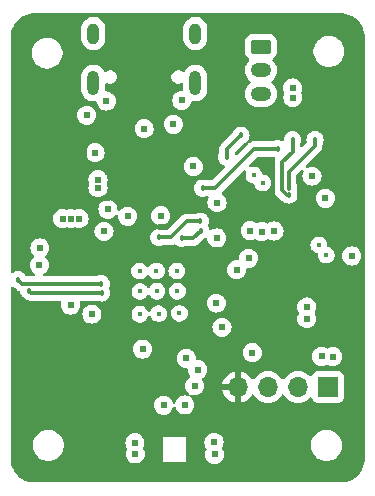
<source format=gbr>
%TF.GenerationSoftware,KiCad,Pcbnew,8.0.4*%
%TF.CreationDate,2024-11-22T16:24:22-05:00*%
%TF.ProjectId,stm32wb_base,73746d33-3277-4625-9f62-6173652e6b69,rev?*%
%TF.SameCoordinates,PX6422c40PY66c2270*%
%TF.FileFunction,Copper,L4,Bot*%
%TF.FilePolarity,Positive*%
%FSLAX46Y46*%
G04 Gerber Fmt 4.6, Leading zero omitted, Abs format (unit mm)*
G04 Created by KiCad (PCBNEW 8.0.4) date 2024-11-22 16:24:22*
%MOMM*%
%LPD*%
G01*
G04 APERTURE LIST*
G04 Aperture macros list*
%AMRoundRect*
0 Rectangle with rounded corners*
0 $1 Rounding radius*
0 $2 $3 $4 $5 $6 $7 $8 $9 X,Y pos of 4 corners*
0 Add a 4 corners polygon primitive as box body*
4,1,4,$2,$3,$4,$5,$6,$7,$8,$9,$2,$3,0*
0 Add four circle primitives for the rounded corners*
1,1,$1+$1,$2,$3*
1,1,$1+$1,$4,$5*
1,1,$1+$1,$6,$7*
1,1,$1+$1,$8,$9*
0 Add four rect primitives between the rounded corners*
20,1,$1+$1,$2,$3,$4,$5,0*
20,1,$1+$1,$4,$5,$6,$7,0*
20,1,$1+$1,$6,$7,$8,$9,0*
20,1,$1+$1,$8,$9,$2,$3,0*%
G04 Aperture macros list end*
%TA.AperFunction,ComponentPad*%
%ADD10O,1.000000X1.800000*%
%TD*%
%TA.AperFunction,ComponentPad*%
%ADD11O,1.000000X2.100000*%
%TD*%
%TA.AperFunction,ComponentPad*%
%ADD12RoundRect,0.250000X-0.625000X0.350000X-0.625000X-0.350000X0.625000X-0.350000X0.625000X0.350000X0*%
%TD*%
%TA.AperFunction,ComponentPad*%
%ADD13O,1.750000X1.200000*%
%TD*%
%TA.AperFunction,ComponentPad*%
%ADD14R,1.700000X1.700000*%
%TD*%
%TA.AperFunction,ComponentPad*%
%ADD15O,1.700000X1.700000*%
%TD*%
%TA.AperFunction,ViaPad*%
%ADD16C,0.610000*%
%TD*%
%TA.AperFunction,ViaPad*%
%ADD17C,0.457200*%
%TD*%
%TA.AperFunction,ViaPad*%
%ADD18C,0.406400*%
%TD*%
%TA.AperFunction,Conductor*%
%ADD19C,0.304800*%
%TD*%
G04 APERTURE END LIST*
D10*
%TO.P,J3,S1,SHIELD*%
%TO.N,GND*%
X7040000Y37965000D03*
D11*
X7040000Y33785000D03*
D10*
X15680000Y37965000D03*
D11*
X15680000Y33785000D03*
%TD*%
D12*
%TO.P,J4,1,Pin_1*%
%TO.N,Net-(J4-Pin_1)*%
X21250000Y36850000D03*
D13*
%TO.P,J4,2,Pin_2*%
%TO.N,Net-(J4-Pin_2)*%
X21250000Y34850000D03*
%TO.P,J4,3,Pin_3*%
%TO.N,GND*%
X21250000Y32850000D03*
%TD*%
D14*
%TO.P,J2,1,Pin_1*%
%TO.N,GND*%
X26925000Y8050000D03*
D15*
%TO.P,J2,2,Pin_2*%
%TO.N,SWDCLK*%
X24385000Y8050000D03*
%TO.P,J2,3,Pin_3*%
%TO.N,SWDIO*%
X21845000Y8050000D03*
%TO.P,J2,4,Pin_4*%
%TO.N,+3V3*%
X19305000Y8050000D03*
%TD*%
D16*
%TO.N,+3V3*%
X12807900Y21570000D03*
X16725000Y10625000D03*
X6250000Y27850000D03*
X1250000Y23950000D03*
X18850000Y5550000D03*
X18425000Y19668550D03*
X20050000Y5525000D03*
X8250000Y24050000D03*
X5275000Y6325000D03*
X9225000Y20725000D03*
X28100000Y14750000D03*
X5275000Y7025000D03*
X7200000Y19450000D03*
X28100000Y13800000D03*
X12975000Y10506450D03*
X3450000Y26050000D03*
X7925000Y14231450D03*
X1250000Y25000000D03*
D17*
%TO.N,Pwr Pth*%
X16300000Y24875000D03*
X22650000Y28225000D03*
%TO.N,Net-(J4-Pin_2)*%
X25825000Y28975000D03*
X23600000Y24925000D03*
%TO.N,Net-(D1-A)*%
X18350000Y27500000D03*
X19550000Y29350000D03*
%TO.N,SWDCLK*%
X16125000Y22075000D03*
X12600000Y20700000D03*
%TO.N,SWDIO*%
X16150000Y21275000D03*
X14525000Y20650000D03*
%TO.N,Net-(J4-Pin_1)*%
X23925000Y28975000D03*
X23600000Y24300000D03*
%TO.N,SDA*%
X1600000Y16200000D03*
X7750000Y16000000D03*
%TO.N,SCL*%
X7725000Y16766600D03*
X675000Y17125000D03*
D16*
%TO.N,GND*%
X14800000Y6525000D03*
X14940000Y10460000D03*
X14550000Y32300000D03*
X21340000Y21180000D03*
X26710000Y24020000D03*
D18*
X21400000Y25325000D03*
D16*
X19195000Y17965000D03*
X7960000Y21215000D03*
D18*
X14125000Y17875000D03*
X12575000Y14250000D03*
D16*
X20195000Y18940000D03*
X17950000Y13100000D03*
X17275000Y3350000D03*
X28940000Y19135000D03*
X17325000Y2325000D03*
X22350000Y21250000D03*
X7450000Y25600000D03*
D18*
X14350000Y14275000D03*
D16*
X11225000Y11250000D03*
X5850000Y22300000D03*
D18*
X20650000Y25975000D03*
X11000000Y16125000D03*
D16*
X2480000Y18360000D03*
X15530000Y26710000D03*
X11360000Y29920000D03*
X26375000Y10625000D03*
X4450000Y22300000D03*
X25130000Y13810000D03*
X25130000Y14810000D03*
D18*
X12400000Y17875000D03*
D16*
X5125000Y14975000D03*
X17465000Y15140000D03*
X6940000Y14210000D03*
D18*
X12450000Y16150000D03*
D16*
X15900000Y9500000D03*
X25570000Y25890000D03*
D18*
X14175000Y16150000D03*
D16*
X8290000Y23090000D03*
D18*
X26150000Y20075000D03*
D16*
X6500000Y31050000D03*
X7210000Y27870000D03*
X13840000Y30280000D03*
X10575000Y3325000D03*
X5150000Y22300000D03*
X17510000Y20665000D03*
X15650000Y8150000D03*
X10600000Y2375000D03*
X20340000Y21280000D03*
D18*
X11000000Y14200000D03*
D16*
X12765000Y22545000D03*
X17530000Y23660000D03*
X8150000Y32250000D03*
D18*
X26775000Y19200000D03*
D16*
X13000000Y6500000D03*
X2530000Y19810000D03*
X23925000Y33350000D03*
X23950000Y32550000D03*
D18*
X10975000Y17850000D03*
D16*
X9950000Y22500000D03*
X27325000Y10600000D03*
X20525000Y10950000D03*
X7450000Y24900000D03*
%TD*%
D19*
%TO.N,Pwr Pth*%
X22625000Y28200000D02*
X22650000Y28225000D01*
X16300000Y24875000D02*
X17375000Y24875000D01*
X20700000Y28200000D02*
X22625000Y28200000D01*
X17375000Y24875000D02*
X20700000Y28200000D01*
%TO.N,Net-(J4-Pin_2)*%
X23600000Y26275000D02*
X25800000Y28475000D01*
X25800000Y28950000D02*
X25825000Y28975000D01*
X25800000Y28475000D02*
X25800000Y28950000D01*
X23600000Y24925000D02*
X23600000Y26275000D01*
%TO.N,Net-(D1-A)*%
X18350000Y28150000D02*
X19550000Y29350000D01*
X18350000Y27500000D02*
X18350000Y28150000D01*
%TO.N,SWDCLK*%
X12600000Y20700000D02*
X13650000Y20700000D01*
X15025000Y22075000D02*
X16125000Y22075000D01*
X13650000Y20700000D02*
X15025000Y22075000D01*
%TO.N,SWDIO*%
X14525000Y20650000D02*
X15525000Y20650000D01*
X15525000Y20650000D02*
X16150000Y21275000D01*
%TO.N,Net-(J4-Pin_1)*%
X23050000Y27075000D02*
X23925000Y27950000D01*
X23050000Y24720658D02*
X23050000Y27075000D01*
X23600000Y24300000D02*
X23470658Y24300000D01*
X23470658Y24300000D02*
X23050000Y24720658D01*
X23925000Y27950000D02*
X23925000Y28975000D01*
%TO.N,SDA*%
X1800000Y16000000D02*
X1600000Y16200000D01*
X7750000Y16000000D02*
X1800000Y16000000D01*
%TO.N,SCL*%
X7725000Y16766600D02*
X1033400Y16766600D01*
X1033400Y16766600D02*
X675000Y17125000D01*
%TD*%
%TA.AperFunction,Conductor*%
%TO.N,+3V3*%
G36*
X28036845Y39685769D02*
G01*
X28170848Y39683492D01*
X28186380Y39682249D01*
X28452710Y39643958D01*
X28469996Y39640198D01*
X28727146Y39564693D01*
X28743704Y39558518D01*
X28987509Y39447177D01*
X29003035Y39438698D01*
X29228482Y39293812D01*
X29242646Y39283210D01*
X29445192Y39107703D01*
X29457702Y39095193D01*
X29633209Y38892647D01*
X29643811Y38878483D01*
X29788697Y38653036D01*
X29797177Y38637508D01*
X29908513Y38393714D01*
X29914695Y38377137D01*
X29990196Y38119998D01*
X29993957Y38102710D01*
X30032247Y37836385D01*
X30033491Y37820846D01*
X30035768Y37686847D01*
X30035786Y37684740D01*
X30035786Y1965261D01*
X30035768Y1963154D01*
X30033491Y1829155D01*
X30032247Y1813616D01*
X29993957Y1547291D01*
X29990196Y1530003D01*
X29914695Y1272864D01*
X29908513Y1256287D01*
X29797177Y1012493D01*
X29788697Y996965D01*
X29643811Y771518D01*
X29633209Y757354D01*
X29457702Y554808D01*
X29445192Y542298D01*
X29242646Y366791D01*
X29228482Y356189D01*
X29003035Y211303D01*
X28987507Y202823D01*
X28743713Y91487D01*
X28727136Y85305D01*
X28469997Y9804D01*
X28452709Y6043D01*
X28186384Y-32247D01*
X28170845Y-33491D01*
X28041429Y-35690D01*
X28036844Y-35768D01*
X28034740Y-35786D01*
X2065260Y-35786D01*
X2063155Y-35768D01*
X2058455Y-35688D01*
X1929154Y-33491D01*
X1913615Y-32247D01*
X1647290Y6043D01*
X1630002Y9804D01*
X1372863Y85305D01*
X1356286Y91487D01*
X1112492Y202823D01*
X1096964Y211303D01*
X871517Y356189D01*
X857353Y366791D01*
X654807Y542298D01*
X642297Y554808D01*
X466790Y757354D01*
X456188Y771518D01*
X311302Y996965D01*
X302822Y1012493D01*
X191482Y1256296D01*
X185307Y1272854D01*
X109802Y1530004D01*
X106042Y1547291D01*
X92041Y1644678D01*
X67751Y1813620D01*
X66508Y1829156D01*
X65456Y1891071D01*
X64232Y1963155D01*
X64214Y1965261D01*
X64214Y3202672D01*
X1945500Y3202672D01*
X1945500Y2997329D01*
X1977621Y2794528D01*
X2041070Y2599249D01*
X2041071Y2599246D01*
X2088904Y2505370D01*
X2134291Y2416293D01*
X2254983Y2250175D01*
X2400175Y2104983D01*
X2566293Y1984291D01*
X2603642Y1965261D01*
X2749245Y1891072D01*
X2749248Y1891071D01*
X2815324Y1869602D01*
X2944529Y1827621D01*
X3032954Y1813616D01*
X3147329Y1795500D01*
X3147334Y1795500D01*
X3352671Y1795500D01*
X3467046Y1813616D01*
X3555471Y1827621D01*
X3750754Y1891072D01*
X3933707Y1984291D01*
X4099825Y2104983D01*
X4245017Y2250175D01*
X4365709Y2416293D01*
X4458928Y2599246D01*
X4522379Y2794529D01*
X4544765Y2935868D01*
X4554500Y2997329D01*
X4554500Y3202672D01*
X4535124Y3325004D01*
X9764403Y3325004D01*
X9764403Y3324997D01*
X9784724Y3144631D01*
X9784725Y3144626D01*
X9844677Y2973294D01*
X9893195Y2896079D01*
X9912195Y2828843D01*
X9893196Y2764137D01*
X9869675Y2726703D01*
X9809727Y2555383D01*
X9809724Y2555370D01*
X9789403Y2375004D01*
X9789403Y2374997D01*
X9809724Y2194631D01*
X9809725Y2194626D01*
X9869677Y2023294D01*
X9952759Y1891071D01*
X9966250Y1869601D01*
X10094601Y1741250D01*
X10248295Y1644677D01*
X10391184Y1594678D01*
X10419625Y1584726D01*
X10419630Y1584725D01*
X10599996Y1564403D01*
X10600000Y1564403D01*
X10600004Y1564403D01*
X10780369Y1584725D01*
X10780372Y1584726D01*
X10780375Y1584726D01*
X10951705Y1644677D01*
X11023836Y1690000D01*
X12995000Y1690000D01*
X14895000Y1690000D01*
X14895000Y3350004D01*
X16464403Y3350004D01*
X16464403Y3349997D01*
X16484724Y3169631D01*
X16484725Y3169626D01*
X16544677Y2998295D01*
X16629258Y2863686D01*
X16648258Y2796450D01*
X16629258Y2731743D01*
X16594678Y2676709D01*
X16534725Y2505375D01*
X16534724Y2505370D01*
X16514403Y2325004D01*
X16514403Y2324997D01*
X16534724Y2144631D01*
X16534725Y2144626D01*
X16594677Y1973294D01*
X16691249Y1819602D01*
X16691250Y1819601D01*
X16819601Y1691250D01*
X16973295Y1594677D01*
X17059813Y1564403D01*
X17144625Y1534726D01*
X17144630Y1534725D01*
X17324996Y1514403D01*
X17325000Y1514403D01*
X17325004Y1514403D01*
X17505369Y1534725D01*
X17505372Y1534726D01*
X17505375Y1534726D01*
X17676705Y1594677D01*
X17830399Y1691250D01*
X17958750Y1819601D01*
X18055323Y1973295D01*
X18115274Y2144625D01*
X18120908Y2194626D01*
X18135597Y2324997D01*
X18135597Y2325004D01*
X18115275Y2505370D01*
X18115274Y2505375D01*
X18055321Y2676710D01*
X17970741Y2811317D01*
X17951740Y2878553D01*
X17970740Y2943259D01*
X18005323Y2998295D01*
X18056526Y3144625D01*
X18065272Y3169618D01*
X18065275Y3169631D01*
X18068998Y3202672D01*
X25495500Y3202672D01*
X25495500Y2997329D01*
X25527621Y2794528D01*
X25591070Y2599249D01*
X25591071Y2599246D01*
X25638904Y2505370D01*
X25684291Y2416293D01*
X25804983Y2250175D01*
X25950175Y2104983D01*
X26116293Y1984291D01*
X26153642Y1965261D01*
X26299245Y1891072D01*
X26299248Y1891071D01*
X26365324Y1869602D01*
X26494529Y1827621D01*
X26582954Y1813616D01*
X26697329Y1795500D01*
X26697334Y1795500D01*
X26902671Y1795500D01*
X27017046Y1813616D01*
X27105471Y1827621D01*
X27300754Y1891072D01*
X27483707Y1984291D01*
X27649825Y2104983D01*
X27795017Y2250175D01*
X27915709Y2416293D01*
X28008928Y2599246D01*
X28072379Y2794529D01*
X28094765Y2935868D01*
X28104500Y2997329D01*
X28104500Y3202672D01*
X28081165Y3349997D01*
X28072379Y3405471D01*
X28031797Y3530370D01*
X28008929Y3600752D01*
X28008928Y3600755D01*
X27957490Y3701707D01*
X27915709Y3783707D01*
X27795017Y3949825D01*
X27649825Y4095017D01*
X27483707Y4215709D01*
X27300754Y4308929D01*
X27300751Y4308930D01*
X27105472Y4372379D01*
X26902671Y4404500D01*
X26902666Y4404500D01*
X26697334Y4404500D01*
X26697329Y4404500D01*
X26494527Y4372379D01*
X26299248Y4308930D01*
X26299245Y4308929D01*
X26116292Y4215709D01*
X26040438Y4160597D01*
X25950175Y4095017D01*
X25950173Y4095015D01*
X25950172Y4095015D01*
X25804985Y3949828D01*
X25804985Y3949827D01*
X25804983Y3949825D01*
X25753150Y3878484D01*
X25684291Y3783708D01*
X25591071Y3600755D01*
X25591070Y3600752D01*
X25527621Y3405473D01*
X25495500Y3202672D01*
X18068998Y3202672D01*
X18085597Y3349997D01*
X18085597Y3350004D01*
X18065275Y3530370D01*
X18065274Y3530375D01*
X18005322Y3701707D01*
X17908750Y3855399D01*
X17780398Y3983751D01*
X17626706Y4080323D01*
X17455374Y4140275D01*
X17455369Y4140276D01*
X17275004Y4160597D01*
X17274996Y4160597D01*
X17094630Y4140276D01*
X17094625Y4140275D01*
X16923293Y4080323D01*
X16769601Y3983751D01*
X16641249Y3855399D01*
X16544677Y3701707D01*
X16484725Y3530375D01*
X16484724Y3530370D01*
X16464403Y3350004D01*
X14895000Y3350004D01*
X14895000Y3780000D01*
X12995000Y3780000D01*
X12995000Y1690000D01*
X11023836Y1690000D01*
X11105399Y1741250D01*
X11233750Y1869601D01*
X11330323Y2023295D01*
X11390274Y2194625D01*
X11404963Y2324997D01*
X11410597Y2374997D01*
X11410597Y2375004D01*
X11390275Y2555370D01*
X11390274Y2555375D01*
X11347817Y2676710D01*
X11330323Y2726705D01*
X11330322Y2726707D01*
X11281804Y2803923D01*
X11262804Y2871160D01*
X11281804Y2935866D01*
X11305323Y2973295D01*
X11365274Y3144625D01*
X11368091Y3169626D01*
X11385597Y3324997D01*
X11385597Y3325004D01*
X11365275Y3505370D01*
X11365274Y3505375D01*
X11305322Y3676707D01*
X11208750Y3830399D01*
X11080398Y3958751D01*
X10926706Y4055323D01*
X10755374Y4115275D01*
X10755369Y4115276D01*
X10575004Y4135597D01*
X10574996Y4135597D01*
X10394630Y4115276D01*
X10394625Y4115275D01*
X10223293Y4055323D01*
X10069601Y3958751D01*
X9941249Y3830399D01*
X9844677Y3676707D01*
X9784725Y3505375D01*
X9784724Y3505370D01*
X9764403Y3325004D01*
X4535124Y3325004D01*
X4531165Y3349997D01*
X4522379Y3405471D01*
X4481797Y3530370D01*
X4458929Y3600752D01*
X4458928Y3600755D01*
X4407490Y3701707D01*
X4365709Y3783707D01*
X4245017Y3949825D01*
X4099825Y4095017D01*
X3933707Y4215709D01*
X3750754Y4308929D01*
X3750751Y4308930D01*
X3555472Y4372379D01*
X3352671Y4404500D01*
X3352666Y4404500D01*
X3147334Y4404500D01*
X3147329Y4404500D01*
X2944527Y4372379D01*
X2749248Y4308930D01*
X2749245Y4308929D01*
X2566292Y4215709D01*
X2490438Y4160597D01*
X2400175Y4095017D01*
X2400173Y4095015D01*
X2400172Y4095015D01*
X2254985Y3949828D01*
X2254985Y3949827D01*
X2254983Y3949825D01*
X2203150Y3878484D01*
X2134291Y3783708D01*
X2041071Y3600755D01*
X2041070Y3600752D01*
X1977621Y3405473D01*
X1945500Y3202672D01*
X64214Y3202672D01*
X64214Y6500004D01*
X12189403Y6500004D01*
X12189403Y6499997D01*
X12209724Y6319631D01*
X12209725Y6319626D01*
X12269677Y6148294D01*
X12350541Y6019601D01*
X12366250Y5994601D01*
X12494601Y5866250D01*
X12648295Y5769677D01*
X12748182Y5734725D01*
X12819625Y5709726D01*
X12819630Y5709725D01*
X12999996Y5689403D01*
X13000000Y5689403D01*
X13000004Y5689403D01*
X13180369Y5709725D01*
X13180372Y5709726D01*
X13180375Y5709726D01*
X13351705Y5769677D01*
X13505399Y5866250D01*
X13633750Y5994601D01*
X13730323Y6148295D01*
X13787332Y6311220D01*
X13828053Y6367993D01*
X13893005Y6393741D01*
X13961567Y6380285D01*
X14011970Y6331898D01*
X14021414Y6311218D01*
X14069675Y6173298D01*
X14085385Y6148295D01*
X14166250Y6019601D01*
X14294601Y5891250D01*
X14448295Y5794677D01*
X14519738Y5769678D01*
X14619625Y5734726D01*
X14619630Y5734725D01*
X14799996Y5714403D01*
X14800000Y5714403D01*
X14800004Y5714403D01*
X14980369Y5734725D01*
X14980372Y5734726D01*
X14980375Y5734726D01*
X15151705Y5794677D01*
X15305399Y5891250D01*
X15433750Y6019601D01*
X15530323Y6173295D01*
X15590274Y6344625D01*
X15607780Y6499997D01*
X15610597Y6524997D01*
X15610597Y6525004D01*
X15590275Y6705370D01*
X15590274Y6705375D01*
X15585378Y6719367D01*
X15530323Y6876705D01*
X15433750Y7030399D01*
X15305399Y7158750D01*
X15305397Y7158752D01*
X15299949Y7163097D01*
X15301475Y7165011D01*
X15262738Y7208802D01*
X15252088Y7277855D01*
X15280462Y7341704D01*
X15338850Y7380078D01*
X15408717Y7380792D01*
X15415955Y7378505D01*
X15469617Y7359728D01*
X15469623Y7359727D01*
X15469625Y7359726D01*
X15469626Y7359726D01*
X15469630Y7359725D01*
X15649996Y7339403D01*
X15650000Y7339403D01*
X15650004Y7339403D01*
X15830369Y7359725D01*
X15830372Y7359726D01*
X15830375Y7359726D01*
X16001705Y7419677D01*
X16155399Y7516250D01*
X16283750Y7644601D01*
X16380323Y7798295D01*
X16440274Y7969625D01*
X16440275Y7969631D01*
X16460597Y8149997D01*
X16460597Y8150004D01*
X16443697Y8300001D01*
X17974364Y8300001D01*
X17974364Y8300000D01*
X18871988Y8300000D01*
X18839075Y8242993D01*
X18805000Y8115826D01*
X18805000Y7984174D01*
X18839075Y7857007D01*
X18871988Y7800000D01*
X17974364Y7800000D01*
X18031567Y7586514D01*
X18031570Y7586508D01*
X18131399Y7372422D01*
X18266894Y7178918D01*
X18433917Y7011895D01*
X18627421Y6876400D01*
X18841507Y6776571D01*
X18841516Y6776567D01*
X19055000Y6719366D01*
X19055000Y7616988D01*
X19112007Y7584075D01*
X19239174Y7550000D01*
X19370826Y7550000D01*
X19497993Y7584075D01*
X19555000Y7616988D01*
X19555000Y6719367D01*
X19768483Y6776567D01*
X19768492Y6776571D01*
X19982578Y6876400D01*
X20176082Y7011895D01*
X20343105Y7178918D01*
X20473119Y7364595D01*
X20527696Y7408219D01*
X20597195Y7415412D01*
X20659549Y7383890D01*
X20676269Y7364595D01*
X20806505Y7178599D01*
X20973599Y7011505D01*
X21070384Y6943735D01*
X21167165Y6875968D01*
X21167167Y6875967D01*
X21167170Y6875965D01*
X21381337Y6776097D01*
X21609592Y6714937D01*
X21786034Y6699500D01*
X21844999Y6694341D01*
X21845000Y6694341D01*
X21845001Y6694341D01*
X21903966Y6699500D01*
X22080408Y6714937D01*
X22308663Y6776097D01*
X22522830Y6875965D01*
X22716401Y7011505D01*
X22883495Y7178599D01*
X23013425Y7364158D01*
X23068002Y7407783D01*
X23137500Y7414977D01*
X23199855Y7383454D01*
X23216575Y7364158D01*
X23346281Y7178918D01*
X23346505Y7178599D01*
X23513599Y7011505D01*
X23610384Y6943735D01*
X23707165Y6875968D01*
X23707167Y6875967D01*
X23707170Y6875965D01*
X23921337Y6776097D01*
X24149592Y6714937D01*
X24326034Y6699500D01*
X24384999Y6694341D01*
X24385000Y6694341D01*
X24385001Y6694341D01*
X24443966Y6699500D01*
X24620408Y6714937D01*
X24848663Y6776097D01*
X25062830Y6875965D01*
X25256401Y7011505D01*
X25378329Y7133434D01*
X25439648Y7166916D01*
X25509340Y7161932D01*
X25565274Y7120061D01*
X25582189Y7089083D01*
X25631202Y6957672D01*
X25631206Y6957665D01*
X25717452Y6842456D01*
X25717455Y6842453D01*
X25832664Y6756207D01*
X25832671Y6756203D01*
X25967517Y6705909D01*
X25967516Y6705909D01*
X25972530Y6705370D01*
X26027127Y6699500D01*
X27822872Y6699501D01*
X27882483Y6705909D01*
X28017331Y6756204D01*
X28132546Y6842454D01*
X28218796Y6957669D01*
X28269091Y7092517D01*
X28275500Y7152127D01*
X28275499Y8947872D01*
X28269091Y9007483D01*
X28267810Y9010917D01*
X28218797Y9142329D01*
X28218793Y9142336D01*
X28132547Y9257545D01*
X28132544Y9257548D01*
X28017335Y9343794D01*
X28017328Y9343798D01*
X27882482Y9394092D01*
X27882483Y9394092D01*
X27822883Y9400499D01*
X27822881Y9400500D01*
X27822873Y9400500D01*
X27822864Y9400500D01*
X26027129Y9400500D01*
X26027123Y9400499D01*
X25967516Y9394092D01*
X25832671Y9343798D01*
X25832664Y9343794D01*
X25717455Y9257548D01*
X25717452Y9257545D01*
X25631206Y9142336D01*
X25631203Y9142331D01*
X25582189Y9010917D01*
X25540317Y8954984D01*
X25474853Y8930567D01*
X25406580Y8945419D01*
X25378326Y8966570D01*
X25256402Y9088494D01*
X25256395Y9088499D01*
X25062834Y9224033D01*
X25062830Y9224035D01*
X25062828Y9224036D01*
X24848663Y9323903D01*
X24848659Y9323904D01*
X24848655Y9323906D01*
X24620413Y9385062D01*
X24620403Y9385064D01*
X24385001Y9405659D01*
X24384999Y9405659D01*
X24149596Y9385064D01*
X24149586Y9385062D01*
X23921344Y9323906D01*
X23921335Y9323902D01*
X23707171Y9224036D01*
X23707169Y9224035D01*
X23513597Y9088495D01*
X23346505Y8921403D01*
X23216575Y8735842D01*
X23161998Y8692217D01*
X23092500Y8685023D01*
X23030145Y8716546D01*
X23013425Y8735842D01*
X22883494Y8921403D01*
X22716402Y9088494D01*
X22716395Y9088499D01*
X22522834Y9224033D01*
X22522830Y9224035D01*
X22522828Y9224036D01*
X22308663Y9323903D01*
X22308659Y9323904D01*
X22308655Y9323906D01*
X22080413Y9385062D01*
X22080403Y9385064D01*
X21845001Y9405659D01*
X21844999Y9405659D01*
X21609596Y9385064D01*
X21609586Y9385062D01*
X21381344Y9323906D01*
X21381335Y9323902D01*
X21167171Y9224036D01*
X21167169Y9224035D01*
X20973597Y9088495D01*
X20806508Y8921406D01*
X20676269Y8735405D01*
X20621692Y8691781D01*
X20552193Y8684588D01*
X20489839Y8716110D01*
X20473119Y8735406D01*
X20343113Y8921074D01*
X20343108Y8921080D01*
X20176082Y9088106D01*
X19982578Y9223601D01*
X19768492Y9323430D01*
X19768486Y9323433D01*
X19555000Y9380636D01*
X19555000Y8483012D01*
X19497993Y8515925D01*
X19370826Y8550000D01*
X19239174Y8550000D01*
X19112007Y8515925D01*
X19055000Y8483012D01*
X19055000Y9380636D01*
X19054999Y9380636D01*
X18841513Y9323433D01*
X18841507Y9323430D01*
X18627422Y9223601D01*
X18627420Y9223600D01*
X18433926Y9088114D01*
X18433920Y9088109D01*
X18266891Y8921080D01*
X18266886Y8921074D01*
X18131400Y8727580D01*
X18131399Y8727578D01*
X18031570Y8513493D01*
X18031567Y8513487D01*
X17974364Y8300001D01*
X16443697Y8300001D01*
X16440275Y8330370D01*
X16440274Y8330375D01*
X16430955Y8357007D01*
X16380323Y8501705D01*
X16289171Y8646772D01*
X16270171Y8714008D01*
X16290539Y8780844D01*
X16328193Y8817738D01*
X16351311Y8832264D01*
X16405399Y8866250D01*
X16533750Y8994601D01*
X16630323Y9148295D01*
X16690274Y9319625D01*
X16690756Y9323903D01*
X16710597Y9499997D01*
X16710597Y9500004D01*
X16690275Y9680370D01*
X16690274Y9680375D01*
X16645012Y9809726D01*
X16630323Y9851705D01*
X16619030Y9869677D01*
X16533750Y10005399D01*
X16405398Y10133751D01*
X16251706Y10230323D01*
X16080374Y10290275D01*
X16080369Y10290276D01*
X15900004Y10310597D01*
X15900002Y10310597D01*
X15900000Y10310597D01*
X15890739Y10309554D01*
X15886135Y10309035D01*
X15817314Y10321092D01*
X15765936Y10368442D01*
X15748313Y10436053D01*
X15749033Y10446127D01*
X15750597Y10460000D01*
X15743873Y10519677D01*
X15730275Y10640370D01*
X15730274Y10640375D01*
X15685045Y10769631D01*
X15670323Y10811705D01*
X15583423Y10950004D01*
X19714403Y10950004D01*
X19714403Y10949997D01*
X19734724Y10769631D01*
X19734725Y10769626D01*
X19794677Y10598294D01*
X19891249Y10444602D01*
X20019601Y10316250D01*
X20127751Y10248294D01*
X20173295Y10219677D01*
X20344625Y10159726D01*
X20344630Y10159725D01*
X20524996Y10139403D01*
X20525000Y10139403D01*
X20525004Y10139403D01*
X20705369Y10159725D01*
X20705372Y10159726D01*
X20705375Y10159726D01*
X20876705Y10219677D01*
X21030399Y10316250D01*
X21158750Y10444601D01*
X21255323Y10598295D01*
X21264669Y10625004D01*
X25564403Y10625004D01*
X25564403Y10624997D01*
X25584724Y10444631D01*
X25584725Y10444626D01*
X25644677Y10273294D01*
X25741249Y10119602D01*
X25869601Y9991250D01*
X25985866Y9918195D01*
X26023295Y9894677D01*
X26094738Y9869678D01*
X26194625Y9834726D01*
X26194630Y9834725D01*
X26374996Y9814403D01*
X26375000Y9814403D01*
X26375004Y9814403D01*
X26555369Y9834725D01*
X26555372Y9834726D01*
X26555375Y9834726D01*
X26726705Y9894677D01*
X26764134Y9918196D01*
X26831368Y9937196D01*
X26896077Y9918196D01*
X26973293Y9869678D01*
X26973295Y9869677D01*
X27073182Y9834725D01*
X27144625Y9809726D01*
X27144630Y9809725D01*
X27324996Y9789403D01*
X27325000Y9789403D01*
X27325004Y9789403D01*
X27505369Y9809725D01*
X27505372Y9809726D01*
X27505375Y9809726D01*
X27676705Y9869677D01*
X27830399Y9966250D01*
X27958750Y10094601D01*
X28055323Y10248295D01*
X28115274Y10419625D01*
X28117125Y10436053D01*
X28135597Y10599997D01*
X28135597Y10600004D01*
X28115275Y10780370D01*
X28115274Y10780375D01*
X28074012Y10898295D01*
X28055323Y10951705D01*
X28046718Y10965399D01*
X27958750Y11105399D01*
X27830398Y11233751D01*
X27676706Y11330323D01*
X27505374Y11390275D01*
X27505369Y11390276D01*
X27325004Y11410597D01*
X27324996Y11410597D01*
X27144630Y11390276D01*
X27144617Y11390273D01*
X26973297Y11330325D01*
X26935863Y11306804D01*
X26868626Y11287805D01*
X26803921Y11306805D01*
X26726706Y11355323D01*
X26555374Y11415275D01*
X26555369Y11415276D01*
X26375004Y11435597D01*
X26374996Y11435597D01*
X26194630Y11415276D01*
X26194625Y11415275D01*
X26023293Y11355323D01*
X25869601Y11258751D01*
X25741249Y11130399D01*
X25644677Y10976707D01*
X25584725Y10805375D01*
X25584724Y10805370D01*
X25564403Y10625004D01*
X21264669Y10625004D01*
X21315274Y10769625D01*
X21316485Y10780370D01*
X21335597Y10949997D01*
X21335597Y10950004D01*
X21315275Y11130370D01*
X21315274Y11130375D01*
X21273319Y11250276D01*
X21255323Y11301705D01*
X21252118Y11306805D01*
X21158750Y11455399D01*
X21030398Y11583751D01*
X20876706Y11680323D01*
X20705374Y11740275D01*
X20705369Y11740276D01*
X20525004Y11760597D01*
X20524996Y11760597D01*
X20344630Y11740276D01*
X20344625Y11740275D01*
X20173293Y11680323D01*
X20019601Y11583751D01*
X19891249Y11455399D01*
X19794677Y11301707D01*
X19734725Y11130375D01*
X19734724Y11130370D01*
X19714403Y10950004D01*
X15583423Y10950004D01*
X15573750Y10965399D01*
X15445399Y11093750D01*
X15445398Y11093751D01*
X15291706Y11190323D01*
X15120374Y11250275D01*
X15120369Y11250276D01*
X14940004Y11270597D01*
X14939996Y11270597D01*
X14759630Y11250276D01*
X14759625Y11250275D01*
X14588293Y11190323D01*
X14434601Y11093751D01*
X14306249Y10965399D01*
X14209677Y10811707D01*
X14149725Y10640375D01*
X14149724Y10640370D01*
X14129403Y10460004D01*
X14129403Y10459997D01*
X14149724Y10279631D01*
X14149725Y10279626D01*
X14209677Y10108294D01*
X14298930Y9966250D01*
X14306250Y9954601D01*
X14434601Y9826250D01*
X14588295Y9729677D01*
X14729192Y9680375D01*
X14759625Y9669726D01*
X14759630Y9669725D01*
X14939996Y9649403D01*
X14939998Y9649403D01*
X14939998Y9649404D01*
X14940000Y9649403D01*
X14953859Y9650965D01*
X15022679Y9638912D01*
X15074060Y9591565D01*
X15091686Y9523955D01*
X15090965Y9513865D01*
X15089404Y9500004D01*
X15089403Y9499999D01*
X15089403Y9499997D01*
X15109724Y9319631D01*
X15109725Y9319626D01*
X15169677Y9148294D01*
X15260828Y9003229D01*
X15279828Y8935992D01*
X15259460Y8869157D01*
X15221807Y8832264D01*
X15144604Y8783754D01*
X15016249Y8655399D01*
X14919677Y8501707D01*
X14859725Y8330375D01*
X14859724Y8330370D01*
X14839403Y8150004D01*
X14839403Y8149997D01*
X14859724Y7969631D01*
X14859725Y7969626D01*
X14919677Y7798294D01*
X15016249Y7644602D01*
X15144602Y7516249D01*
X15150051Y7511903D01*
X15148523Y7509988D01*
X15187255Y7466212D01*
X15197913Y7397160D01*
X15169547Y7333308D01*
X15111162Y7294928D01*
X15041297Y7294205D01*
X15034045Y7296495D01*
X14980377Y7315274D01*
X14980369Y7315276D01*
X14800004Y7335597D01*
X14799996Y7335597D01*
X14619630Y7315276D01*
X14619625Y7315275D01*
X14448293Y7255323D01*
X14294601Y7158751D01*
X14166249Y7030399D01*
X14069677Y6876706D01*
X14012668Y6713783D01*
X13971946Y6657007D01*
X13906993Y6631260D01*
X13838431Y6644716D01*
X13788029Y6693104D01*
X13778584Y6713783D01*
X13778180Y6714937D01*
X13730323Y6851705D01*
X13715079Y6875965D01*
X13633750Y7005399D01*
X13505398Y7133751D01*
X13351706Y7230323D01*
X13180374Y7290275D01*
X13180369Y7290276D01*
X13000004Y7310597D01*
X12999996Y7310597D01*
X12819630Y7290276D01*
X12819625Y7290275D01*
X12648293Y7230323D01*
X12494601Y7133751D01*
X12366249Y7005399D01*
X12269677Y6851707D01*
X12209725Y6680375D01*
X12209724Y6680370D01*
X12189403Y6500004D01*
X64214Y6500004D01*
X64214Y11250004D01*
X10414403Y11250004D01*
X10414403Y11249997D01*
X10434724Y11069631D01*
X10434725Y11069626D01*
X10494677Y10898294D01*
X10591249Y10744602D01*
X10719601Y10616250D01*
X10745462Y10600000D01*
X10873295Y10519677D01*
X11043831Y10460004D01*
X11044625Y10459726D01*
X11044630Y10459725D01*
X11224996Y10439403D01*
X11225000Y10439403D01*
X11225004Y10439403D01*
X11405369Y10459725D01*
X11405372Y10459726D01*
X11405375Y10459726D01*
X11576705Y10519677D01*
X11730399Y10616250D01*
X11858750Y10744601D01*
X11955323Y10898295D01*
X12015274Y11069625D01*
X12015275Y11069631D01*
X12035597Y11249997D01*
X12035597Y11250004D01*
X12015275Y11430370D01*
X12015274Y11430375D01*
X12006518Y11455399D01*
X11955323Y11601705D01*
X11868252Y11740276D01*
X11858750Y11755399D01*
X11730398Y11883751D01*
X11576706Y11980323D01*
X11405374Y12040275D01*
X11405369Y12040276D01*
X11225004Y12060597D01*
X11224996Y12060597D01*
X11044630Y12040276D01*
X11044625Y12040275D01*
X10873293Y11980323D01*
X10719601Y11883751D01*
X10591249Y11755399D01*
X10494677Y11601707D01*
X10434725Y11430375D01*
X10434724Y11430370D01*
X10414403Y11250004D01*
X64214Y11250004D01*
X64214Y13100004D01*
X17139403Y13100004D01*
X17139403Y13099997D01*
X17159724Y12919631D01*
X17159725Y12919626D01*
X17219677Y12748294D01*
X17316249Y12594602D01*
X17316250Y12594601D01*
X17444601Y12466250D01*
X17598295Y12369677D01*
X17769625Y12309726D01*
X17769630Y12309725D01*
X17949996Y12289403D01*
X17950000Y12289403D01*
X17950004Y12289403D01*
X18130369Y12309725D01*
X18130372Y12309726D01*
X18130375Y12309726D01*
X18301705Y12369677D01*
X18455399Y12466250D01*
X18583750Y12594601D01*
X18680323Y12748295D01*
X18740274Y12919625D01*
X18749263Y12999403D01*
X18760597Y13099997D01*
X18760597Y13100004D01*
X18740275Y13280370D01*
X18740274Y13280375D01*
X18680322Y13451707D01*
X18583750Y13605399D01*
X18455398Y13733751D01*
X18301706Y13830323D01*
X18130374Y13890275D01*
X18130369Y13890276D01*
X17950004Y13910597D01*
X17949996Y13910597D01*
X17769630Y13890276D01*
X17769625Y13890275D01*
X17598293Y13830323D01*
X17444601Y13733751D01*
X17316249Y13605399D01*
X17219677Y13451707D01*
X17159725Y13280375D01*
X17159724Y13280370D01*
X17139403Y13100004D01*
X64214Y13100004D01*
X64214Y16423339D01*
X83899Y16490378D01*
X136703Y16536133D01*
X205861Y16546077D01*
X254184Y16528334D01*
X356654Y16463947D01*
X416172Y16443122D01*
X462897Y16413763D01*
X557017Y16319643D01*
X617199Y16259461D01*
X706190Y16199999D01*
X706189Y16199999D01*
X719663Y16190997D01*
X724136Y16188008D01*
X724138Y16188008D01*
X724140Y16188006D01*
X769273Y16169312D01*
X807084Y16153650D01*
X861488Y16109810D01*
X882852Y16052975D01*
X884681Y16036739D01*
X938947Y15881653D01*
X1026360Y15742537D01*
X1142537Y15626360D01*
X1281654Y15538947D01*
X1336505Y15519755D01*
X1341170Y15518122D01*
X1377770Y15495125D01*
X1379086Y15496728D01*
X1383798Y15492861D01*
X1456143Y15444522D01*
X1490730Y15421412D01*
X1490738Y15421407D01*
X1517654Y15410258D01*
X1609556Y15372191D01*
X1609560Y15372191D01*
X1609561Y15372190D01*
X1735692Y15347100D01*
X1735695Y15347100D01*
X4227051Y15347100D01*
X4294090Y15327415D01*
X4339845Y15274611D01*
X4349789Y15205453D01*
X4344093Y15182146D01*
X4334726Y15155378D01*
X4334724Y15155370D01*
X4314403Y14975004D01*
X4314403Y14974997D01*
X4334724Y14794631D01*
X4334725Y14794626D01*
X4394677Y14623294D01*
X4491249Y14469602D01*
X4619601Y14341250D01*
X4764823Y14250000D01*
X4773295Y14244677D01*
X4944625Y14184726D01*
X4944630Y14184725D01*
X5124996Y14164403D01*
X5125000Y14164403D01*
X5125004Y14164403D01*
X5305369Y14184725D01*
X5305372Y14184726D01*
X5305375Y14184726D01*
X5377615Y14210004D01*
X6129403Y14210004D01*
X6129403Y14209997D01*
X6149724Y14029631D01*
X6149725Y14029626D01*
X6209677Y13858294D01*
X6306249Y13704602D01*
X6434601Y13576250D01*
X6561839Y13496300D01*
X6588295Y13479677D01*
X6759625Y13419726D01*
X6759630Y13419725D01*
X6939996Y13399403D01*
X6940000Y13399403D01*
X6940004Y13399403D01*
X7120369Y13419725D01*
X7120372Y13419726D01*
X7120375Y13419726D01*
X7291705Y13479677D01*
X7445399Y13576250D01*
X7573750Y13704601D01*
X7670323Y13858295D01*
X7730274Y14029625D01*
X7730275Y14029631D01*
X7749471Y14200000D01*
X10291132Y14200000D01*
X10311729Y14030358D01*
X10372329Y13870572D01*
X10460378Y13743012D01*
X10469405Y13729934D01*
X10597317Y13616613D01*
X10748632Y13537197D01*
X10914555Y13496300D01*
X10914556Y13496300D01*
X11085444Y13496300D01*
X11085445Y13496300D01*
X11251368Y13537197D01*
X11402683Y13616613D01*
X11530595Y13729934D01*
X11627671Y13870573D01*
X11681039Y14011294D01*
X11723217Y14066995D01*
X11788815Y14091052D01*
X11857005Y14075825D01*
X11906138Y14026149D01*
X11912923Y14011293D01*
X11947329Y13920572D01*
X11981841Y13870573D01*
X12044405Y13779934D01*
X12172317Y13666613D01*
X12323632Y13587197D01*
X12489555Y13546300D01*
X12489556Y13546300D01*
X12660444Y13546300D01*
X12660445Y13546300D01*
X12826368Y13587197D01*
X12977683Y13666613D01*
X13105595Y13779934D01*
X13202671Y13920573D01*
X13263270Y14080357D01*
X13283868Y14250000D01*
X13280833Y14275000D01*
X13641132Y14275000D01*
X13661729Y14105358D01*
X13722329Y13945572D01*
X13782573Y13858294D01*
X13819405Y13804934D01*
X13947317Y13691613D01*
X14098632Y13612197D01*
X14264555Y13571300D01*
X14264556Y13571300D01*
X14435444Y13571300D01*
X14435445Y13571300D01*
X14601368Y13612197D01*
X14752683Y13691613D01*
X14880595Y13804934D01*
X14977671Y13945573D01*
X15038270Y14105357D01*
X15058868Y14275000D01*
X15038270Y14444643D01*
X14977671Y14604427D01*
X14964647Y14623295D01*
X14929133Y14674747D01*
X14880595Y14745066D01*
X14752683Y14858387D01*
X14601368Y14937803D01*
X14601367Y14937804D01*
X14601366Y14937804D01*
X14450456Y14975000D01*
X14435445Y14978700D01*
X14264555Y14978700D01*
X14249544Y14975000D01*
X14098633Y14937804D01*
X13947318Y14858388D01*
X13819405Y14745067D01*
X13819403Y14745064D01*
X13722329Y14604429D01*
X13661729Y14444643D01*
X13641132Y14275000D01*
X13280833Y14275000D01*
X13263270Y14419643D01*
X13202671Y14579427D01*
X13185413Y14604429D01*
X13105596Y14720064D01*
X13105594Y14720067D01*
X13077375Y14745067D01*
X12977683Y14833387D01*
X12826368Y14912803D01*
X12826367Y14912804D01*
X12826366Y14912804D01*
X12714718Y14940323D01*
X12660445Y14953700D01*
X12489555Y14953700D01*
X12448659Y14943620D01*
X12323633Y14912804D01*
X12172318Y14833388D01*
X12044405Y14720067D01*
X12044403Y14720064D01*
X11947329Y14579429D01*
X11893960Y14438708D01*
X11851781Y14383006D01*
X11786183Y14358949D01*
X11717993Y14374176D01*
X11668860Y14423853D01*
X11662077Y14438705D01*
X11627671Y14529427D01*
X11627671Y14529428D01*
X11530596Y14670064D01*
X11530594Y14670067D01*
X11445938Y14745066D01*
X11402683Y14783387D01*
X11251368Y14862803D01*
X11251367Y14862804D01*
X11251366Y14862804D01*
X11139718Y14890323D01*
X11085445Y14903700D01*
X10914555Y14903700D01*
X10873659Y14893620D01*
X10748633Y14862804D01*
X10597318Y14783388D01*
X10469405Y14670067D01*
X10469403Y14670064D01*
X10372329Y14529429D01*
X10311729Y14369643D01*
X10291132Y14200000D01*
X7749471Y14200000D01*
X7750597Y14209997D01*
X7750597Y14210004D01*
X7730275Y14390370D01*
X7730274Y14390375D01*
X7720033Y14419643D01*
X7670323Y14561705D01*
X7659187Y14579427D01*
X7573750Y14715399D01*
X7445398Y14843751D01*
X7291706Y14940323D01*
X7120374Y15000275D01*
X7120369Y15000276D01*
X6940004Y15020597D01*
X6939996Y15020597D01*
X6759630Y15000276D01*
X6759625Y15000275D01*
X6588293Y14940323D01*
X6434601Y14843751D01*
X6306249Y14715399D01*
X6209677Y14561707D01*
X6149725Y14390375D01*
X6149724Y14390370D01*
X6129403Y14210004D01*
X5377615Y14210004D01*
X5476705Y14244677D01*
X5630399Y14341250D01*
X5758750Y14469601D01*
X5855323Y14623295D01*
X5915274Y14794625D01*
X5917006Y14809997D01*
X5935597Y14974997D01*
X5935597Y14975004D01*
X5917006Y15140004D01*
X16654403Y15140004D01*
X16654403Y15139997D01*
X16674724Y14959631D01*
X16674725Y14959626D01*
X16734677Y14788294D01*
X16831249Y14634602D01*
X16959601Y14506250D01*
X17067092Y14438708D01*
X17113295Y14409677D01*
X17214751Y14374176D01*
X17284625Y14349726D01*
X17284630Y14349725D01*
X17464996Y14329403D01*
X17465000Y14329403D01*
X17465004Y14329403D01*
X17645369Y14349725D01*
X17645372Y14349726D01*
X17645375Y14349726D01*
X17816705Y14409677D01*
X17970399Y14506250D01*
X18098750Y14634601D01*
X18195323Y14788295D01*
X18202919Y14810004D01*
X24319403Y14810004D01*
X24319403Y14809997D01*
X24339724Y14629631D01*
X24339725Y14629626D01*
X24399678Y14458292D01*
X24451403Y14375971D01*
X24470403Y14308735D01*
X24451403Y14244029D01*
X24399678Y14161709D01*
X24339725Y13990375D01*
X24339724Y13990370D01*
X24319403Y13810004D01*
X24319403Y13809997D01*
X24339724Y13629631D01*
X24339725Y13629626D01*
X24399677Y13458294D01*
X24496249Y13304602D01*
X24496250Y13304601D01*
X24624601Y13176250D01*
X24778295Y13079677D01*
X24949625Y13019726D01*
X24949630Y13019725D01*
X25129996Y12999403D01*
X25130000Y12999403D01*
X25130004Y12999403D01*
X25310369Y13019725D01*
X25310372Y13019726D01*
X25310375Y13019726D01*
X25481705Y13079677D01*
X25635399Y13176250D01*
X25763750Y13304601D01*
X25860323Y13458295D01*
X25920274Y13629625D01*
X25920275Y13629631D01*
X25940597Y13809997D01*
X25940597Y13810004D01*
X25920275Y13990370D01*
X25920274Y13990375D01*
X25888788Y14080357D01*
X25860323Y14161705D01*
X25808594Y14244031D01*
X25789594Y14311263D01*
X25808594Y14375970D01*
X25860323Y14458295D01*
X25920274Y14629625D01*
X25920835Y14634602D01*
X25940597Y14809997D01*
X25940597Y14810004D01*
X25920275Y14990370D01*
X25920274Y14990375D01*
X25867918Y15140000D01*
X25860323Y15161705D01*
X25763750Y15315399D01*
X25635399Y15443750D01*
X25635398Y15443751D01*
X25481706Y15540323D01*
X25310374Y15600275D01*
X25310369Y15600276D01*
X25130004Y15620597D01*
X25129996Y15620597D01*
X24949630Y15600276D01*
X24949625Y15600275D01*
X24778293Y15540323D01*
X24624601Y15443751D01*
X24496249Y15315399D01*
X24399677Y15161707D01*
X24339725Y14990375D01*
X24339724Y14990370D01*
X24319403Y14810004D01*
X18202919Y14810004D01*
X18255274Y14959625D01*
X18257006Y14974997D01*
X18275597Y15139997D01*
X18275597Y15140004D01*
X18255275Y15320370D01*
X18255274Y15320375D01*
X18246735Y15344779D01*
X18195323Y15491705D01*
X18127103Y15600275D01*
X18098750Y15645399D01*
X17970398Y15773751D01*
X17816706Y15870323D01*
X17645374Y15930275D01*
X17645369Y15930276D01*
X17465004Y15950597D01*
X17464996Y15950597D01*
X17284630Y15930276D01*
X17284625Y15930275D01*
X17113293Y15870323D01*
X16959601Y15773751D01*
X16831249Y15645399D01*
X16734677Y15491707D01*
X16674725Y15320375D01*
X16674724Y15320370D01*
X16654403Y15140004D01*
X5917006Y15140004D01*
X5915275Y15155370D01*
X5915273Y15155378D01*
X5905907Y15182146D01*
X5902346Y15251925D01*
X5937075Y15312552D01*
X5999069Y15344779D01*
X6022949Y15347100D01*
X7387284Y15347100D01*
X7428238Y15340142D01*
X7586733Y15284683D01*
X7586738Y15284682D01*
X7749996Y15266287D01*
X7750000Y15266287D01*
X7750004Y15266287D01*
X7913261Y15284682D01*
X7913263Y15284683D01*
X7913267Y15284683D01*
X8068346Y15338947D01*
X8207463Y15426360D01*
X8323640Y15542537D01*
X8411053Y15681654D01*
X8465317Y15836733D01*
X8469102Y15870323D01*
X8483713Y15999997D01*
X8483713Y16000004D01*
X8469629Y16125000D01*
X10291132Y16125000D01*
X10311729Y15955358D01*
X10372329Y15795572D01*
X10450962Y15681653D01*
X10469405Y15654934D01*
X10597317Y15541613D01*
X10748632Y15462197D01*
X10914555Y15421300D01*
X10914556Y15421300D01*
X11085444Y15421300D01*
X11085445Y15421300D01*
X11251368Y15462197D01*
X11402683Y15541613D01*
X11530595Y15654934D01*
X11627671Y15795573D01*
X11627671Y15795575D01*
X11631578Y15801234D01*
X11685861Y15845224D01*
X11755309Y15852884D01*
X11817874Y15821781D01*
X11835676Y15801236D01*
X11919405Y15679934D01*
X12047317Y15566613D01*
X12198632Y15487197D01*
X12364555Y15446300D01*
X12364556Y15446300D01*
X12535444Y15446300D01*
X12535445Y15446300D01*
X12701368Y15487197D01*
X12852683Y15566613D01*
X12980595Y15679934D01*
X13077671Y15820573D01*
X13138270Y15980357D01*
X13158868Y16150000D01*
X13466132Y16150000D01*
X13486729Y15980358D01*
X13547329Y15820572D01*
X13601193Y15742537D01*
X13644405Y15679934D01*
X13772317Y15566613D01*
X13923632Y15487197D01*
X14089555Y15446300D01*
X14089556Y15446300D01*
X14260444Y15446300D01*
X14260445Y15446300D01*
X14426368Y15487197D01*
X14577683Y15566613D01*
X14705595Y15679934D01*
X14802671Y15820573D01*
X14863270Y15980357D01*
X14883868Y16150000D01*
X14863270Y16319643D01*
X14802671Y16479427D01*
X14705595Y16620066D01*
X14577683Y16733387D01*
X14426368Y16812803D01*
X14426367Y16812804D01*
X14426366Y16812804D01*
X14314718Y16840323D01*
X14260445Y16853700D01*
X14089555Y16853700D01*
X14048659Y16843620D01*
X13923633Y16812804D01*
X13772318Y16733388D01*
X13644405Y16620067D01*
X13644403Y16620064D01*
X13547329Y16479429D01*
X13486729Y16319643D01*
X13466132Y16150000D01*
X13158868Y16150000D01*
X13138270Y16319643D01*
X13077671Y16479427D01*
X12980595Y16620066D01*
X12852683Y16733387D01*
X12701368Y16812803D01*
X12701367Y16812804D01*
X12701366Y16812804D01*
X12589718Y16840323D01*
X12535445Y16853700D01*
X12364555Y16853700D01*
X12323659Y16843620D01*
X12198633Y16812804D01*
X12047318Y16733388D01*
X12047317Y16733387D01*
X11919405Y16620066D01*
X11880659Y16563934D01*
X11818421Y16473766D01*
X11764138Y16429776D01*
X11694689Y16422117D01*
X11632124Y16453221D01*
X11614322Y16473766D01*
X11559921Y16552580D01*
X11530596Y16595065D01*
X11530594Y16595067D01*
X11502375Y16620067D01*
X11402683Y16708387D01*
X11251368Y16787803D01*
X11251367Y16787804D01*
X11251366Y16787804D01*
X11139718Y16815323D01*
X11085445Y16828700D01*
X10914555Y16828700D01*
X10873659Y16818620D01*
X10748633Y16787804D01*
X10597318Y16708388D01*
X10469405Y16595067D01*
X10469403Y16595064D01*
X10372329Y16454429D01*
X10311729Y16294643D01*
X10291132Y16125000D01*
X8469629Y16125000D01*
X8465318Y16163262D01*
X8465317Y16163266D01*
X8456660Y16188006D01*
X8411053Y16318346D01*
X8411052Y16318348D01*
X8411052Y16318349D01*
X8397569Y16339806D01*
X8378568Y16407042D01*
X8385521Y16446734D01*
X8396962Y16479429D01*
X8416803Y16536133D01*
X8440316Y16603329D01*
X8440318Y16603339D01*
X8458713Y16766597D01*
X8458713Y16766604D01*
X8440318Y16929862D01*
X8440317Y16929866D01*
X8429166Y16961733D01*
X8386053Y17084946D01*
X8298640Y17224063D01*
X8182463Y17340240D01*
X8043347Y17427653D01*
X7888265Y17481918D01*
X7888261Y17481919D01*
X7725004Y17500313D01*
X7724996Y17500313D01*
X7561738Y17481919D01*
X7561733Y17481918D01*
X7403238Y17426458D01*
X7362284Y17419500D01*
X2927624Y17419500D01*
X2860585Y17439185D01*
X2814830Y17491989D01*
X2804886Y17561147D01*
X2833911Y17624703D01*
X2861652Y17648494D01*
X2912361Y17680357D01*
X2985399Y17726250D01*
X3109149Y17850000D01*
X10266132Y17850000D01*
X10286729Y17680358D01*
X10347329Y17520572D01*
X10427147Y17404937D01*
X10444405Y17379934D01*
X10572317Y17266613D01*
X10723632Y17187197D01*
X10889555Y17146300D01*
X10889556Y17146300D01*
X11060444Y17146300D01*
X11060445Y17146300D01*
X11226368Y17187197D01*
X11377683Y17266613D01*
X11505595Y17379934D01*
X11594078Y17508125D01*
X11648361Y17552114D01*
X11717809Y17559774D01*
X11780374Y17528671D01*
X11798178Y17508124D01*
X11819297Y17477528D01*
X11869405Y17404934D01*
X11997317Y17291613D01*
X12148632Y17212197D01*
X12314555Y17171300D01*
X12314556Y17171300D01*
X12485444Y17171300D01*
X12485445Y17171300D01*
X12651368Y17212197D01*
X12802683Y17291613D01*
X12930595Y17404934D01*
X13027671Y17545573D01*
X13088270Y17705357D01*
X13108868Y17875000D01*
X13416132Y17875000D01*
X13436729Y17705358D01*
X13497329Y17545572D01*
X13556670Y17459602D01*
X13594405Y17404934D01*
X13722317Y17291613D01*
X13873632Y17212197D01*
X14039555Y17171300D01*
X14039556Y17171300D01*
X14210444Y17171300D01*
X14210445Y17171300D01*
X14376368Y17212197D01*
X14527683Y17291613D01*
X14655595Y17404934D01*
X14752671Y17545573D01*
X14813270Y17705357D01*
X14833868Y17875000D01*
X14822940Y17965004D01*
X18384403Y17965004D01*
X18384403Y17964997D01*
X18404724Y17784631D01*
X18404725Y17784626D01*
X18464677Y17613294D01*
X18561249Y17459602D01*
X18689601Y17331250D01*
X18758007Y17288267D01*
X18843295Y17234677D01*
X18978985Y17187197D01*
X19014625Y17174726D01*
X19014630Y17174725D01*
X19194996Y17154403D01*
X19195000Y17154403D01*
X19195004Y17154403D01*
X19375369Y17174725D01*
X19375372Y17174726D01*
X19375375Y17174726D01*
X19546705Y17234677D01*
X19700399Y17331250D01*
X19828750Y17459601D01*
X19925323Y17613295D01*
X19985274Y17784625D01*
X19985435Y17786053D01*
X20005597Y17964997D01*
X20005597Y17965001D01*
X20001809Y17998617D01*
X20013863Y18067439D01*
X20061211Y18118819D01*
X20128821Y18136444D01*
X20138912Y18135722D01*
X20194996Y18129403D01*
X20195000Y18129403D01*
X20195004Y18129403D01*
X20375369Y18149725D01*
X20375372Y18149726D01*
X20375375Y18149726D01*
X20546705Y18209677D01*
X20700399Y18306250D01*
X20828750Y18434601D01*
X20925323Y18588295D01*
X20985274Y18759625D01*
X20985275Y18759631D01*
X21005597Y18939997D01*
X21005597Y18940004D01*
X20985275Y19120370D01*
X20985274Y19120375D01*
X20957412Y19200000D01*
X20925323Y19291705D01*
X20828750Y19445399D01*
X20700399Y19573750D01*
X20700398Y19573751D01*
X20546706Y19670323D01*
X20375374Y19730275D01*
X20375369Y19730276D01*
X20195004Y19750597D01*
X20194996Y19750597D01*
X20014630Y19730276D01*
X20014625Y19730275D01*
X19843293Y19670323D01*
X19689601Y19573751D01*
X19561249Y19445399D01*
X19464677Y19291707D01*
X19404725Y19120375D01*
X19404724Y19120370D01*
X19384403Y18940004D01*
X19384403Y18939995D01*
X19388190Y18906381D01*
X19376135Y18837560D01*
X19328785Y18786181D01*
X19261175Y18768557D01*
X19251088Y18769278D01*
X19218140Y18772990D01*
X19195000Y18775597D01*
X19194998Y18775597D01*
X19194997Y18775597D01*
X19194996Y18775597D01*
X19014630Y18755276D01*
X19014625Y18755275D01*
X18843293Y18695323D01*
X18689601Y18598751D01*
X18561249Y18470399D01*
X18464677Y18316707D01*
X18404725Y18145375D01*
X18404724Y18145370D01*
X18384403Y17965004D01*
X14822940Y17965004D01*
X14813270Y18044643D01*
X14752671Y18204427D01*
X14749047Y18209677D01*
X14675170Y18316707D01*
X14655595Y18345066D01*
X14527683Y18458387D01*
X14376368Y18537803D01*
X14376367Y18537804D01*
X14376366Y18537804D01*
X14264718Y18565323D01*
X14210445Y18578700D01*
X14039555Y18578700D01*
X13998659Y18568620D01*
X13873633Y18537804D01*
X13722318Y18458388D01*
X13594405Y18345067D01*
X13594403Y18345064D01*
X13497329Y18204429D01*
X13436729Y18044643D01*
X13416132Y17875000D01*
X13108868Y17875000D01*
X13088270Y18044643D01*
X13027671Y18204427D01*
X13024047Y18209677D01*
X12950170Y18316707D01*
X12930595Y18345066D01*
X12802683Y18458387D01*
X12651368Y18537803D01*
X12651367Y18537804D01*
X12651366Y18537804D01*
X12539718Y18565323D01*
X12485445Y18578700D01*
X12314555Y18578700D01*
X12273659Y18568620D01*
X12148633Y18537804D01*
X11997318Y18458388D01*
X11869405Y18345067D01*
X11869401Y18345062D01*
X11780920Y18216876D01*
X11726637Y18172886D01*
X11657189Y18165227D01*
X11594624Y18196331D01*
X11576821Y18216877D01*
X11507915Y18316705D01*
X11505595Y18320066D01*
X11377683Y18433387D01*
X11226368Y18512803D01*
X11226367Y18512804D01*
X11226366Y18512804D01*
X11114506Y18540375D01*
X11060445Y18553700D01*
X10889555Y18553700D01*
X10848659Y18543620D01*
X10723633Y18512804D01*
X10572318Y18433388D01*
X10444405Y18320067D01*
X10444403Y18320064D01*
X10347329Y18179429D01*
X10286729Y18019643D01*
X10266132Y17850000D01*
X3109149Y17850000D01*
X3113750Y17854601D01*
X3210323Y18008295D01*
X3270274Y18179625D01*
X3270275Y18179631D01*
X3290597Y18359997D01*
X3290597Y18360004D01*
X3270275Y18540370D01*
X3270274Y18540375D01*
X3210322Y18711707D01*
X3113750Y18865399D01*
X3002564Y18976585D01*
X2969079Y19037908D01*
X2974063Y19107600D01*
X3015935Y19163533D01*
X3024279Y19169263D01*
X3035396Y19176248D01*
X3035396Y19176249D01*
X3035399Y19176250D01*
X3163750Y19304601D01*
X3260323Y19458295D01*
X3320274Y19629625D01*
X3321488Y19640399D01*
X3340597Y19809997D01*
X3340597Y19810004D01*
X3320275Y19990370D01*
X3320274Y19990375D01*
X3303278Y20038947D01*
X3260323Y20161705D01*
X3163750Y20315399D01*
X3035399Y20443750D01*
X3035398Y20443751D01*
X2881706Y20540323D01*
X2710374Y20600275D01*
X2710369Y20600276D01*
X2530004Y20620597D01*
X2529996Y20620597D01*
X2349630Y20600276D01*
X2349625Y20600275D01*
X2178293Y20540323D01*
X2024601Y20443751D01*
X1896249Y20315399D01*
X1799677Y20161707D01*
X1739725Y19990375D01*
X1739724Y19990370D01*
X1719403Y19810004D01*
X1719403Y19809997D01*
X1739724Y19629631D01*
X1739725Y19629626D01*
X1799677Y19458294D01*
X1896249Y19304602D01*
X2007435Y19193416D01*
X2040920Y19132093D01*
X2035936Y19062401D01*
X1994064Y19006468D01*
X1985728Y19000742D01*
X1974601Y18993751D01*
X1846249Y18865399D01*
X1749677Y18711707D01*
X1689725Y18540375D01*
X1689724Y18540370D01*
X1669403Y18360004D01*
X1669403Y18359997D01*
X1689724Y18179631D01*
X1689725Y18179626D01*
X1749677Y18008294D01*
X1846249Y17854602D01*
X1974601Y17726250D01*
X2098348Y17648494D01*
X2144639Y17596159D01*
X2155287Y17527106D01*
X2126912Y17463257D01*
X2068522Y17424885D01*
X2032376Y17419500D01*
X1419569Y17419500D01*
X1352530Y17439185D01*
X1314575Y17477528D01*
X1271820Y17545572D01*
X1248640Y17582463D01*
X1132463Y17698640D01*
X993347Y17786053D01*
X838265Y17840318D01*
X838261Y17840319D01*
X675004Y17858713D01*
X674996Y17858713D01*
X511738Y17840319D01*
X511734Y17840318D01*
X356652Y17786053D01*
X254186Y17721668D01*
X186950Y17702668D01*
X120114Y17723036D01*
X74900Y17776303D01*
X64214Y17826662D01*
X64214Y21215004D01*
X7149403Y21215004D01*
X7149403Y21214997D01*
X7169724Y21034631D01*
X7169725Y21034626D01*
X7229677Y20863294D01*
X7326249Y20709602D01*
X7454601Y20581250D01*
X7600259Y20489726D01*
X7608295Y20484677D01*
X7725255Y20443751D01*
X7779625Y20424726D01*
X7779630Y20424725D01*
X7959996Y20404403D01*
X7960000Y20404403D01*
X7960004Y20404403D01*
X8140369Y20424725D01*
X8140372Y20424726D01*
X8140375Y20424726D01*
X8311705Y20484677D01*
X8465399Y20581250D01*
X8584153Y20700004D01*
X11866287Y20700004D01*
X11866287Y20699997D01*
X11884681Y20536739D01*
X11884682Y20536735D01*
X11938947Y20381653D01*
X11981900Y20313294D01*
X12026360Y20242537D01*
X12142537Y20126360D01*
X12159520Y20115689D01*
X12268678Y20047100D01*
X12281654Y20038947D01*
X12436733Y19984683D01*
X12436734Y19984683D01*
X12436738Y19984682D01*
X12599996Y19966287D01*
X12600000Y19966287D01*
X12600004Y19966287D01*
X12763261Y19984682D01*
X12763264Y19984683D01*
X12763267Y19984683D01*
X12870463Y20022192D01*
X12921762Y20040142D01*
X12962716Y20047100D01*
X13714307Y20047100D01*
X13799165Y20063981D01*
X13840444Y20072191D01*
X13927426Y20108221D01*
X13996892Y20115689D01*
X14059371Y20084415D01*
X14062557Y20081340D01*
X14067537Y20076360D01*
X14139329Y20031250D01*
X14193678Y19997100D01*
X14206654Y19988947D01*
X14361733Y19934683D01*
X14361734Y19934683D01*
X14361738Y19934682D01*
X14524996Y19916287D01*
X14525000Y19916287D01*
X14525004Y19916287D01*
X14688261Y19934682D01*
X14688264Y19934683D01*
X14688267Y19934683D01*
X14818180Y19980141D01*
X14846762Y19990142D01*
X14887716Y19997100D01*
X15589307Y19997100D01*
X15674165Y20013981D01*
X15715444Y20022191D01*
X15834264Y20071408D01*
X15841666Y20076355D01*
X15841676Y20076358D01*
X15841675Y20076360D01*
X15853730Y20084415D01*
X15941200Y20142859D01*
X16362103Y20563765D01*
X16408826Y20593122D01*
X16468346Y20613947D01*
X16522401Y20647913D01*
X16589637Y20666913D01*
X16656472Y20646546D01*
X16701687Y20593278D01*
X16711593Y20556802D01*
X16719724Y20484631D01*
X16719725Y20484626D01*
X16779677Y20313294D01*
X16876249Y20159602D01*
X17004601Y20031250D01*
X17070023Y19990142D01*
X17158295Y19934677D01*
X17306651Y19882765D01*
X17329625Y19874726D01*
X17329630Y19874725D01*
X17509996Y19854403D01*
X17510000Y19854403D01*
X17510004Y19854403D01*
X17690369Y19874725D01*
X17690372Y19874726D01*
X17690375Y19874726D01*
X17861705Y19934677D01*
X18015399Y20031250D01*
X18059149Y20075000D01*
X25441132Y20075000D01*
X25461729Y19905358D01*
X25522329Y19745572D01*
X25574449Y19670064D01*
X25619405Y19604934D01*
X25747317Y19491613D01*
X25898632Y19412197D01*
X25979619Y19392236D01*
X26039998Y19357080D01*
X26071787Y19294861D01*
X26073039Y19256895D01*
X26066132Y19200003D01*
X26066132Y19200000D01*
X26068632Y19179403D01*
X26086729Y19030358D01*
X26147329Y18870572D01*
X26207573Y18783294D01*
X26244405Y18729934D01*
X26372317Y18616613D01*
X26523632Y18537197D01*
X26689555Y18496300D01*
X26689556Y18496300D01*
X26860444Y18496300D01*
X26860445Y18496300D01*
X27026368Y18537197D01*
X27177683Y18616613D01*
X27305595Y18729934D01*
X27402671Y18870573D01*
X27463270Y19030357D01*
X27475976Y19135004D01*
X28129403Y19135004D01*
X28129403Y19134997D01*
X28149724Y18954631D01*
X28149725Y18954626D01*
X28209677Y18783294D01*
X28306249Y18629602D01*
X28434601Y18501250D01*
X28542603Y18433387D01*
X28588295Y18404677D01*
X28715983Y18359997D01*
X28759625Y18344726D01*
X28759630Y18344725D01*
X28939996Y18324403D01*
X28940000Y18324403D01*
X28940004Y18324403D01*
X29120369Y18344725D01*
X29120372Y18344726D01*
X29120375Y18344726D01*
X29291705Y18404677D01*
X29445399Y18501250D01*
X29573750Y18629601D01*
X29670323Y18783295D01*
X29730274Y18954625D01*
X29730275Y18954631D01*
X29750597Y19134997D01*
X29750597Y19135004D01*
X29730275Y19315370D01*
X29730274Y19315375D01*
X29696394Y19412197D01*
X29670323Y19486705D01*
X29573750Y19640399D01*
X29445399Y19768750D01*
X29445398Y19768751D01*
X29291706Y19865323D01*
X29120374Y19925275D01*
X29120369Y19925276D01*
X28940004Y19945597D01*
X28939996Y19945597D01*
X28759630Y19925276D01*
X28759625Y19925275D01*
X28588293Y19865323D01*
X28434601Y19768751D01*
X28306249Y19640399D01*
X28209677Y19486707D01*
X28149725Y19315375D01*
X28149724Y19315370D01*
X28129403Y19135004D01*
X27475976Y19135004D01*
X27483868Y19200000D01*
X27463270Y19369643D01*
X27402671Y19529427D01*
X27372076Y19573751D01*
X27333505Y19629631D01*
X27305595Y19670066D01*
X27177683Y19783387D01*
X27026368Y19862803D01*
X27026367Y19862804D01*
X27026366Y19862804D01*
X26945380Y19882765D01*
X26885000Y19917922D01*
X26853212Y19980141D01*
X26851960Y20018108D01*
X26852456Y20022192D01*
X26858868Y20075000D01*
X26838270Y20244643D01*
X26777671Y20404427D01*
X26763660Y20424725D01*
X26686345Y20536735D01*
X26680595Y20545066D01*
X26552683Y20658387D01*
X26401368Y20737803D01*
X26401367Y20737804D01*
X26401366Y20737804D01*
X26289718Y20765323D01*
X26235445Y20778700D01*
X26064555Y20778700D01*
X26023659Y20768620D01*
X25898633Y20737804D01*
X25747318Y20658388D01*
X25619405Y20545067D01*
X25619403Y20545064D01*
X25522329Y20404429D01*
X25461729Y20244643D01*
X25441132Y20075000D01*
X18059149Y20075000D01*
X18143750Y20159601D01*
X18240323Y20313295D01*
X18300274Y20484625D01*
X18300849Y20489728D01*
X18320597Y20664997D01*
X18320597Y20665004D01*
X18300275Y20845370D01*
X18300274Y20845375D01*
X18294004Y20863294D01*
X18240323Y21016705D01*
X18229062Y21034626D01*
X18143750Y21170399D01*
X18034145Y21280004D01*
X19529403Y21280004D01*
X19529403Y21279997D01*
X19549724Y21099631D01*
X19549725Y21099626D01*
X19609677Y20928294D01*
X19706249Y20774602D01*
X19834601Y20646250D01*
X19987438Y20550215D01*
X19988295Y20549677D01*
X20074030Y20519677D01*
X20159625Y20489726D01*
X20159630Y20489725D01*
X20339996Y20469403D01*
X20340000Y20469403D01*
X20340004Y20469403D01*
X20520369Y20489725D01*
X20520371Y20489726D01*
X20520375Y20489726D01*
X20520378Y20489728D01*
X20520382Y20489728D01*
X20571739Y20507700D01*
X20691705Y20549677D01*
X20694720Y20551572D01*
X20696944Y20552201D01*
X20697982Y20552700D01*
X20698069Y20552519D01*
X20761953Y20570577D01*
X20828790Y20550215D01*
X20832036Y20547862D01*
X20834600Y20546251D01*
X20834601Y20546250D01*
X20915282Y20495555D01*
X20972303Y20459725D01*
X20988295Y20449677D01*
X21059601Y20424726D01*
X21159625Y20389726D01*
X21159630Y20389725D01*
X21339996Y20369403D01*
X21340000Y20369403D01*
X21340004Y20369403D01*
X21520369Y20389725D01*
X21520372Y20389726D01*
X21520375Y20389726D01*
X21691705Y20449677D01*
X21707697Y20459725D01*
X21834728Y20539545D01*
X21901965Y20558546D01*
X21966673Y20539546D01*
X21998293Y20519678D01*
X21998295Y20519677D01*
X22098451Y20484631D01*
X22169625Y20459726D01*
X22169630Y20459725D01*
X22349996Y20439403D01*
X22350000Y20439403D01*
X22350004Y20439403D01*
X22530369Y20459725D01*
X22530372Y20459726D01*
X22530375Y20459726D01*
X22701705Y20519677D01*
X22855399Y20616250D01*
X22983750Y20744601D01*
X23080323Y20898295D01*
X23140274Y21069625D01*
X23143654Y21099625D01*
X23160597Y21249997D01*
X23160597Y21250004D01*
X23140275Y21430370D01*
X23140274Y21430375D01*
X23129778Y21460370D01*
X23080323Y21601705D01*
X23061471Y21631707D01*
X22983750Y21755399D01*
X22855398Y21883751D01*
X22701706Y21980323D01*
X22530374Y22040275D01*
X22530369Y22040276D01*
X22350004Y22060597D01*
X22349996Y22060597D01*
X22169630Y22040276D01*
X22169625Y22040275D01*
X21998294Y21980323D01*
X21855270Y21890454D01*
X21788034Y21871454D01*
X21723325Y21890455D01*
X21691707Y21910323D01*
X21520374Y21970275D01*
X21520369Y21970276D01*
X21340004Y21990597D01*
X21339996Y21990597D01*
X21159630Y21970276D01*
X21159625Y21970275D01*
X20988290Y21910322D01*
X20985262Y21908419D01*
X20983030Y21907789D01*
X20982022Y21907303D01*
X20981936Y21907480D01*
X20918023Y21889426D01*
X20851190Y21909799D01*
X20847955Y21912144D01*
X20691706Y22010323D01*
X20520374Y22070275D01*
X20520369Y22070276D01*
X20340004Y22090597D01*
X20339996Y22090597D01*
X20159630Y22070276D01*
X20159625Y22070275D01*
X19988293Y22010323D01*
X19834601Y21913751D01*
X19706249Y21785399D01*
X19609677Y21631707D01*
X19549725Y21460375D01*
X19549724Y21460370D01*
X19529403Y21280004D01*
X18034145Y21280004D01*
X18015398Y21298751D01*
X17861706Y21395323D01*
X17690374Y21455275D01*
X17690369Y21455276D01*
X17510004Y21475597D01*
X17509996Y21475597D01*
X17329630Y21455276D01*
X17329625Y21455275D01*
X17158293Y21395323D01*
X17056303Y21331238D01*
X16989066Y21312238D01*
X16922231Y21332606D01*
X16877017Y21385874D01*
X16867110Y21422350D01*
X16865317Y21438267D01*
X16811053Y21593346D01*
X16805801Y21601705D01*
X16788699Y21628923D01*
X16769699Y21696160D01*
X16785305Y21749291D01*
X16783033Y21750385D01*
X16786046Y21756645D01*
X16786053Y21756654D01*
X16840317Y21911733D01*
X16840318Y21911739D01*
X16858713Y22074997D01*
X16858713Y22075004D01*
X16840318Y22238262D01*
X16840317Y22238266D01*
X16818811Y22299726D01*
X16786053Y22393346D01*
X16698640Y22532463D01*
X16582463Y22648640D01*
X16496254Y22702809D01*
X16443347Y22736053D01*
X16288265Y22790318D01*
X16288261Y22790319D01*
X16125004Y22808713D01*
X16124996Y22808713D01*
X15961738Y22790319D01*
X15961733Y22790318D01*
X15803238Y22734858D01*
X15762284Y22727900D01*
X14960693Y22727900D01*
X14834561Y22702811D01*
X14834555Y22702809D01*
X14780396Y22680375D01*
X14780395Y22680375D01*
X14715738Y22653594D01*
X14608798Y22582140D01*
X14608795Y22582137D01*
X13415878Y21389219D01*
X13354555Y21355734D01*
X13328197Y21352900D01*
X12962716Y21352900D01*
X12921762Y21359858D01*
X12763266Y21415318D01*
X12763261Y21415319D01*
X12600004Y21433713D01*
X12599996Y21433713D01*
X12436738Y21415319D01*
X12436734Y21415318D01*
X12281652Y21361053D01*
X12142536Y21273640D01*
X12026360Y21157464D01*
X11938947Y21018348D01*
X11884682Y20863266D01*
X11884681Y20863262D01*
X11866287Y20700004D01*
X8584153Y20700004D01*
X8593750Y20709601D01*
X8690323Y20863295D01*
X8750274Y21034625D01*
X8750275Y21034631D01*
X8770597Y21214997D01*
X8770597Y21215004D01*
X8750275Y21395370D01*
X8750274Y21395375D01*
X8743295Y21415319D01*
X8690323Y21566705D01*
X8608980Y21696160D01*
X8593750Y21720399D01*
X8465398Y21848751D01*
X8311706Y21945323D01*
X8140374Y22005275D01*
X8140369Y22005276D01*
X7960004Y22025597D01*
X7959996Y22025597D01*
X7779630Y22005276D01*
X7779625Y22005275D01*
X7608293Y21945323D01*
X7454601Y21848751D01*
X7326249Y21720399D01*
X7229677Y21566707D01*
X7169725Y21395375D01*
X7169724Y21395370D01*
X7149403Y21215004D01*
X64214Y21215004D01*
X64214Y22300004D01*
X3639403Y22300004D01*
X3639403Y22299997D01*
X3659724Y22119631D01*
X3659725Y22119626D01*
X3719677Y21948294D01*
X3803635Y21814677D01*
X3816250Y21794601D01*
X3944601Y21666250D01*
X4098295Y21569677D01*
X4269625Y21509726D01*
X4269630Y21509725D01*
X4449996Y21489403D01*
X4450000Y21489403D01*
X4450004Y21489403D01*
X4630366Y21509725D01*
X4630365Y21509725D01*
X4630375Y21509726D01*
X4759048Y21554752D01*
X4828823Y21558314D01*
X4840933Y21554758D01*
X4969625Y21509726D01*
X4969629Y21509726D01*
X4969633Y21509725D01*
X5149996Y21489403D01*
X5150000Y21489403D01*
X5150004Y21489403D01*
X5330366Y21509725D01*
X5330365Y21509725D01*
X5330375Y21509726D01*
X5459048Y21554752D01*
X5528823Y21558314D01*
X5540933Y21554758D01*
X5669625Y21509726D01*
X5669629Y21509726D01*
X5669633Y21509725D01*
X5849996Y21489403D01*
X5850000Y21489403D01*
X5850004Y21489403D01*
X6030369Y21509725D01*
X6030372Y21509726D01*
X6030375Y21509726D01*
X6201705Y21569677D01*
X6355399Y21666250D01*
X6483750Y21794601D01*
X6580323Y21948295D01*
X6640274Y22119625D01*
X6643504Y22148294D01*
X6660597Y22299997D01*
X6660597Y22300004D01*
X6640275Y22480370D01*
X6640274Y22480375D01*
X6633407Y22500000D01*
X6580323Y22651705D01*
X6579137Y22653592D01*
X6483750Y22805399D01*
X6355398Y22933751D01*
X6201706Y23030323D01*
X6031148Y23090004D01*
X7479403Y23090004D01*
X7479403Y23089997D01*
X7499724Y22909631D01*
X7499725Y22909626D01*
X7559677Y22738294D01*
X7656249Y22584602D01*
X7784601Y22456250D01*
X7930418Y22364626D01*
X7938295Y22359677D01*
X8052740Y22319631D01*
X8109625Y22299726D01*
X8109630Y22299725D01*
X8289996Y22279403D01*
X8290000Y22279403D01*
X8290004Y22279403D01*
X8470369Y22299725D01*
X8470372Y22299726D01*
X8470375Y22299726D01*
X8641705Y22359677D01*
X8795399Y22456250D01*
X8923750Y22584601D01*
X8923750Y22584602D01*
X8927722Y22588573D01*
X8989045Y22622058D01*
X9058737Y22617074D01*
X9114670Y22575202D01*
X9139087Y22509738D01*
X9139403Y22500892D01*
X9139403Y22499997D01*
X9159724Y22319631D01*
X9159725Y22319626D01*
X9219677Y22148294D01*
X9316249Y21994602D01*
X9444601Y21866250D01*
X9573273Y21785399D01*
X9598295Y21769677D01*
X9739123Y21720399D01*
X9769625Y21709726D01*
X9769630Y21709725D01*
X9949996Y21689403D01*
X9950000Y21689403D01*
X9950004Y21689403D01*
X10130369Y21709725D01*
X10130372Y21709726D01*
X10130375Y21709726D01*
X10301705Y21769677D01*
X10455399Y21866250D01*
X10583750Y21994601D01*
X10680323Y22148295D01*
X10740274Y22319625D01*
X10744787Y22359678D01*
X10760597Y22499997D01*
X10760597Y22500004D01*
X10755527Y22545004D01*
X11954403Y22545004D01*
X11954403Y22544997D01*
X11974724Y22364631D01*
X11974725Y22364626D01*
X12034677Y22193294D01*
X12131249Y22039602D01*
X12259601Y21911250D01*
X12359068Y21848750D01*
X12413295Y21814677D01*
X12470669Y21794601D01*
X12584625Y21754726D01*
X12584630Y21754725D01*
X12764996Y21734403D01*
X12765000Y21734403D01*
X12765004Y21734403D01*
X12945369Y21754725D01*
X12945372Y21754726D01*
X12945375Y21754726D01*
X13116705Y21814677D01*
X13270399Y21911250D01*
X13398750Y22039601D01*
X13495323Y22193295D01*
X13555274Y22364625D01*
X13558510Y22393346D01*
X13575597Y22544997D01*
X13575597Y22545004D01*
X13555275Y22725370D01*
X13555274Y22725375D01*
X13526113Y22808713D01*
X13495323Y22896705D01*
X13398750Y23050399D01*
X13270399Y23178750D01*
X13270398Y23178751D01*
X13116706Y23275323D01*
X12945374Y23335275D01*
X12945369Y23335276D01*
X12765004Y23355597D01*
X12764996Y23355597D01*
X12584630Y23335276D01*
X12584625Y23335275D01*
X12413293Y23275323D01*
X12259601Y23178751D01*
X12131249Y23050399D01*
X12034677Y22896707D01*
X11974725Y22725375D01*
X11974724Y22725370D01*
X11954403Y22545004D01*
X10755527Y22545004D01*
X10740275Y22680370D01*
X10740274Y22680375D01*
X10732423Y22702811D01*
X10680323Y22851705D01*
X10652047Y22896705D01*
X10583750Y23005399D01*
X10455398Y23133751D01*
X10301706Y23230323D01*
X10130374Y23290275D01*
X10130369Y23290276D01*
X9950004Y23310597D01*
X9949996Y23310597D01*
X9769630Y23290276D01*
X9769625Y23290275D01*
X9598293Y23230323D01*
X9444601Y23133751D01*
X9312278Y23001427D01*
X9250955Y22967942D01*
X9181263Y22972926D01*
X9125330Y23014798D01*
X9100913Y23080262D01*
X9100597Y23089108D01*
X9100597Y23090004D01*
X9080275Y23270370D01*
X9080274Y23270375D01*
X9073310Y23290276D01*
X9020323Y23441705D01*
X8996495Y23479626D01*
X8923750Y23595399D01*
X8795398Y23723751D01*
X8641706Y23820323D01*
X8470374Y23880275D01*
X8470369Y23880276D01*
X8290004Y23900597D01*
X8289996Y23900597D01*
X8109630Y23880276D01*
X8109625Y23880275D01*
X7938293Y23820323D01*
X7784601Y23723751D01*
X7656249Y23595399D01*
X7559677Y23441707D01*
X7499725Y23270375D01*
X7499724Y23270370D01*
X7479403Y23090004D01*
X6031148Y23090004D01*
X6030374Y23090275D01*
X6030369Y23090276D01*
X5850004Y23110597D01*
X5849996Y23110597D01*
X5669627Y23090275D01*
X5540954Y23045251D01*
X5471175Y23041690D01*
X5459046Y23045251D01*
X5333707Y23089108D01*
X5330375Y23090274D01*
X5330374Y23090275D01*
X5330372Y23090275D01*
X5150004Y23110597D01*
X5149996Y23110597D01*
X4969627Y23090275D01*
X4840954Y23045251D01*
X4771175Y23041690D01*
X4759046Y23045251D01*
X4633707Y23089108D01*
X4630375Y23090274D01*
X4630374Y23090275D01*
X4630372Y23090275D01*
X4450004Y23110597D01*
X4449996Y23110597D01*
X4269630Y23090276D01*
X4269625Y23090275D01*
X4098293Y23030323D01*
X3944601Y22933751D01*
X3816249Y22805399D01*
X3719677Y22651707D01*
X3659725Y22480375D01*
X3659724Y22480370D01*
X3639403Y22300004D01*
X64214Y22300004D01*
X64214Y25600004D01*
X6639403Y25600004D01*
X6639403Y25599997D01*
X6659725Y25419628D01*
X6704749Y25290954D01*
X6708310Y25221175D01*
X6704749Y25209046D01*
X6659725Y25080373D01*
X6639403Y24900004D01*
X6639403Y24899997D01*
X6659724Y24719631D01*
X6659725Y24719626D01*
X6719677Y24548294D01*
X6816249Y24394602D01*
X6944601Y24266250D01*
X7049447Y24200370D01*
X7098295Y24169677D01*
X7269625Y24109726D01*
X7269630Y24109725D01*
X7449996Y24089403D01*
X7450000Y24089403D01*
X7450004Y24089403D01*
X7630369Y24109725D01*
X7630372Y24109726D01*
X7630375Y24109726D01*
X7801705Y24169677D01*
X7955399Y24266250D01*
X8083750Y24394601D01*
X8180323Y24548295D01*
X8240274Y24719625D01*
X8240275Y24719631D01*
X8257781Y24875004D01*
X15566287Y24875004D01*
X15566287Y24874997D01*
X15584681Y24711739D01*
X15584682Y24711735D01*
X15638947Y24556653D01*
X15662550Y24519090D01*
X15726360Y24417537D01*
X15842537Y24301360D01*
X15898414Y24266250D01*
X15968678Y24222100D01*
X15981654Y24213947D01*
X16136733Y24159683D01*
X16136734Y24159683D01*
X16136738Y24159682D01*
X16299996Y24141287D01*
X16300000Y24141287D01*
X16300004Y24141287D01*
X16463261Y24159682D01*
X16463264Y24159683D01*
X16463267Y24159683D01*
X16579559Y24200375D01*
X16621762Y24215142D01*
X16662716Y24222100D01*
X16707515Y24222100D01*
X16774554Y24202415D01*
X16820309Y24149611D01*
X16830253Y24080453D01*
X16812509Y24032129D01*
X16799678Y24011709D01*
X16739725Y23840375D01*
X16739724Y23840370D01*
X16719403Y23660004D01*
X16719403Y23659997D01*
X16739724Y23479631D01*
X16739725Y23479626D01*
X16799677Y23308294D01*
X16849046Y23229725D01*
X16896250Y23154601D01*
X17024601Y23026250D01*
X17178295Y22929677D01*
X17349625Y22869726D01*
X17349630Y22869725D01*
X17529996Y22849403D01*
X17530000Y22849403D01*
X17530004Y22849403D01*
X17710369Y22869725D01*
X17710372Y22869726D01*
X17710375Y22869726D01*
X17881705Y22929677D01*
X18035399Y23026250D01*
X18163750Y23154601D01*
X18260323Y23308295D01*
X18320274Y23479625D01*
X18324215Y23514602D01*
X18340597Y23659997D01*
X18340597Y23660004D01*
X18320275Y23840370D01*
X18320274Y23840375D01*
X18299201Y23900597D01*
X18260323Y24011705D01*
X18260320Y24011709D01*
X18163750Y24165399D01*
X18035398Y24293751D01*
X17971576Y24333853D01*
X17925285Y24386188D01*
X17914637Y24455241D01*
X17943012Y24519090D01*
X17949855Y24526516D01*
X19793833Y26370494D01*
X19855154Y26403977D01*
X19924846Y26398993D01*
X19980779Y26357121D01*
X20005196Y26291657D01*
X19997454Y26238840D01*
X19961730Y26144644D01*
X19941132Y25975000D01*
X19961729Y25805358D01*
X20022329Y25645572D01*
X20103553Y25527900D01*
X20119405Y25504934D01*
X20247317Y25391613D01*
X20398632Y25312197D01*
X20564555Y25271300D01*
X20587797Y25271300D01*
X20654836Y25251615D01*
X20700591Y25198811D01*
X20710893Y25162249D01*
X20711729Y25155359D01*
X20711730Y25155357D01*
X20772329Y24995572D01*
X20860378Y24868012D01*
X20869405Y24854934D01*
X20997317Y24741613D01*
X21148632Y24662197D01*
X21314555Y24621300D01*
X21314556Y24621300D01*
X21485444Y24621300D01*
X21485445Y24621300D01*
X21651368Y24662197D01*
X21802683Y24741613D01*
X21930595Y24854934D01*
X22027671Y24995573D01*
X22088270Y25155357D01*
X22108868Y25325000D01*
X22088270Y25494643D01*
X22027671Y25654427D01*
X21989566Y25709631D01*
X21930596Y25795064D01*
X21930594Y25795067D01*
X21914124Y25809658D01*
X21802683Y25908387D01*
X21651368Y25987803D01*
X21651367Y25987804D01*
X21651366Y25987804D01*
X21519780Y26020237D01*
X21485445Y26028700D01*
X21485444Y26028700D01*
X21462203Y26028700D01*
X21395164Y26048385D01*
X21349409Y26101189D01*
X21339107Y26137751D01*
X21338270Y26144642D01*
X21338270Y26144643D01*
X21277671Y26304427D01*
X21259796Y26330323D01*
X21180596Y26445064D01*
X21180594Y26445067D01*
X21164124Y26459658D01*
X21052683Y26558387D01*
X20901368Y26637803D01*
X20901367Y26637804D01*
X20901366Y26637804D01*
X20773257Y26669380D01*
X20735445Y26678700D01*
X20564555Y26678700D01*
X20526743Y26669380D01*
X20398630Y26637803D01*
X20395061Y26636449D01*
X20392266Y26636234D01*
X20391350Y26636008D01*
X20391312Y26636161D01*
X20325397Y26631085D01*
X20263892Y26664235D01*
X20230073Y26725374D01*
X20234678Y26795092D01*
X20263411Y26840072D01*
X20934121Y27510781D01*
X20995444Y27544266D01*
X21021802Y27547100D01*
X22353278Y27547100D01*
X22420317Y27527415D01*
X22466072Y27474611D01*
X22476016Y27405453D01*
X22467839Y27375650D01*
X22454627Y27343751D01*
X22422191Y27265445D01*
X22422189Y27265439D01*
X22397100Y27139308D01*
X22397100Y27139305D01*
X22397100Y24656353D01*
X22397100Y24656351D01*
X22397099Y24656351D01*
X22422189Y24530220D01*
X22422191Y24530214D01*
X22471408Y24411394D01*
X22542859Y24304458D01*
X22542862Y24304454D01*
X22542863Y24304453D01*
X23054454Y23792863D01*
X23054458Y23792860D01*
X23109334Y23756194D01*
X23128124Y23740773D01*
X23142537Y23726360D01*
X23146691Y23723750D01*
X23234948Y23668294D01*
X23281654Y23638947D01*
X23436733Y23584683D01*
X23436734Y23584683D01*
X23436738Y23584682D01*
X23599996Y23566287D01*
X23600000Y23566287D01*
X23600004Y23566287D01*
X23763261Y23584682D01*
X23763263Y23584683D01*
X23763267Y23584683D01*
X23918346Y23638947D01*
X24057463Y23726360D01*
X24173640Y23842537D01*
X24261053Y23981654D01*
X24274472Y24020004D01*
X25899403Y24020004D01*
X25899403Y24019997D01*
X25919724Y23839631D01*
X25919725Y23839626D01*
X25979677Y23668294D01*
X26076249Y23514602D01*
X26204601Y23386250D01*
X26357344Y23290274D01*
X26358295Y23289677D01*
X26527919Y23230323D01*
X26529625Y23229726D01*
X26529630Y23229725D01*
X26709996Y23209403D01*
X26710000Y23209403D01*
X26710004Y23209403D01*
X26890369Y23229725D01*
X26890372Y23229726D01*
X26890375Y23229726D01*
X27061705Y23289677D01*
X27215399Y23386250D01*
X27343750Y23514601D01*
X27440323Y23668295D01*
X27500274Y23839625D01*
X27504854Y23880275D01*
X27520597Y24019997D01*
X27520597Y24020004D01*
X27500275Y24200370D01*
X27500274Y24200375D01*
X27477223Y24266250D01*
X27440323Y24371705D01*
X27428624Y24390323D01*
X27343750Y24525399D01*
X27215398Y24653751D01*
X27061706Y24750323D01*
X26890374Y24810275D01*
X26890369Y24810276D01*
X26710004Y24830597D01*
X26709996Y24830597D01*
X26529630Y24810276D01*
X26529625Y24810275D01*
X26358293Y24750323D01*
X26204601Y24653751D01*
X26076249Y24525399D01*
X25979677Y24371707D01*
X25919725Y24200375D01*
X25919724Y24200370D01*
X25899403Y24020004D01*
X24274472Y24020004D01*
X24315317Y24136733D01*
X24319029Y24169678D01*
X24333713Y24299997D01*
X24333713Y24300004D01*
X24315318Y24463260D01*
X24315317Y24463261D01*
X24315317Y24463267D01*
X24277427Y24571548D01*
X24273867Y24641324D01*
X24277423Y24653441D01*
X24315317Y24761733D01*
X24320786Y24810274D01*
X24333713Y24924997D01*
X24333713Y24925004D01*
X24315318Y25088262D01*
X24315317Y25088267D01*
X24259858Y25246762D01*
X24252900Y25287716D01*
X24252900Y25953198D01*
X24272585Y26020237D01*
X24289219Y26040879D01*
X24452942Y26204602D01*
X24652588Y26404249D01*
X24713909Y26437732D01*
X24783600Y26432748D01*
X24839534Y26390877D01*
X24863951Y26325412D01*
X24849099Y26257139D01*
X24845264Y26250599D01*
X24839678Y26241709D01*
X24779725Y26070375D01*
X24779724Y26070370D01*
X24759403Y25890004D01*
X24759403Y25889997D01*
X24779724Y25709631D01*
X24779725Y25709626D01*
X24839677Y25538294D01*
X24936249Y25384602D01*
X25064601Y25256250D01*
X25214201Y25162249D01*
X25218295Y25159677D01*
X25389625Y25099726D01*
X25389630Y25099725D01*
X25569996Y25079403D01*
X25570000Y25079403D01*
X25570004Y25079403D01*
X25750369Y25099725D01*
X25750372Y25099726D01*
X25750375Y25099726D01*
X25921705Y25159677D01*
X26075399Y25256250D01*
X26203750Y25384601D01*
X26300323Y25538295D01*
X26360274Y25709625D01*
X26368245Y25780370D01*
X26380597Y25889997D01*
X26380597Y25890004D01*
X26360275Y26070370D01*
X26360274Y26070375D01*
X26313306Y26204602D01*
X26300323Y26241705D01*
X26300320Y26241709D01*
X26203750Y26395399D01*
X26075398Y26523751D01*
X25921706Y26620323D01*
X25750374Y26680275D01*
X25750369Y26680276D01*
X25570004Y26700597D01*
X25569996Y26700597D01*
X25389630Y26680276D01*
X25389625Y26680275D01*
X25218291Y26620322D01*
X25209401Y26614736D01*
X25142163Y26595740D01*
X25075329Y26616110D01*
X25030118Y26669380D01*
X25020883Y26738637D01*
X25050558Y26801892D01*
X25055737Y26807398D01*
X26307141Y28058801D01*
X26378592Y28165736D01*
X26427809Y28284556D01*
X26438926Y28340444D01*
X26438926Y28340445D01*
X26452900Y28410693D01*
X26452900Y28568169D01*
X26471906Y28634141D01*
X26486053Y28656654D01*
X26540317Y28811733D01*
X26540318Y28811739D01*
X26558713Y28974997D01*
X26558713Y28975004D01*
X26540318Y29138262D01*
X26540317Y29138266D01*
X26522327Y29189678D01*
X26486053Y29293346D01*
X26398640Y29432463D01*
X26282463Y29548640D01*
X26280811Y29549678D01*
X26143347Y29636053D01*
X25988265Y29690318D01*
X25988261Y29690319D01*
X25825004Y29708713D01*
X25824996Y29708713D01*
X25661738Y29690319D01*
X25661734Y29690318D01*
X25506652Y29636053D01*
X25367536Y29548640D01*
X25251360Y29432464D01*
X25163947Y29293348D01*
X25109682Y29138266D01*
X25109681Y29138262D01*
X25091287Y28975004D01*
X25091287Y28974998D01*
X25109682Y28811734D01*
X25109682Y28811732D01*
X25110833Y28808444D01*
X25110948Y28806189D01*
X25111232Y28804944D01*
X25111014Y28804895D01*
X25114392Y28738665D01*
X25081471Y28679813D01*
X24789581Y28387922D01*
X24728258Y28354437D01*
X24658567Y28359421D01*
X24602633Y28401292D01*
X24578216Y28466757D01*
X24577900Y28475603D01*
X24577900Y28612284D01*
X24584858Y28653238D01*
X24627483Y28775056D01*
X24640317Y28811733D01*
X24640318Y28811739D01*
X24658713Y28974997D01*
X24658713Y28975004D01*
X24640318Y29138262D01*
X24640317Y29138266D01*
X24622327Y29189678D01*
X24586053Y29293346D01*
X24498640Y29432463D01*
X24382463Y29548640D01*
X24380811Y29549678D01*
X24243347Y29636053D01*
X24088265Y29690318D01*
X24088261Y29690319D01*
X23925004Y29708713D01*
X23924996Y29708713D01*
X23761738Y29690319D01*
X23761734Y29690318D01*
X23606652Y29636053D01*
X23467536Y29548640D01*
X23351360Y29432464D01*
X23263947Y29293348D01*
X23209682Y29138266D01*
X23209681Y29138262D01*
X23191287Y28975004D01*
X23191287Y28970332D01*
X23171602Y28903293D01*
X23118798Y28857538D01*
X23049640Y28847594D01*
X23001316Y28865338D01*
X22968351Y28886051D01*
X22968347Y28886053D01*
X22813265Y28940318D01*
X22813261Y28940319D01*
X22650004Y28958713D01*
X22649996Y28958713D01*
X22486738Y28940319D01*
X22486734Y28940318D01*
X22331656Y28886054D01*
X22331654Y28886054D01*
X22331654Y28886053D01*
X22309136Y28871905D01*
X22243167Y28852900D01*
X20635693Y28852900D01*
X20519485Y28829784D01*
X20509556Y28827809D01*
X20509555Y28827809D01*
X20390737Y28778593D01*
X20287448Y28709578D01*
X20220770Y28688701D01*
X20187692Y28697776D01*
X20193910Y28651164D01*
X20164238Y28587908D01*
X20159039Y28582381D01*
X19250121Y27673464D01*
X19188798Y27639979D01*
X19119106Y27644963D01*
X19063173Y27686835D01*
X19045398Y27720192D01*
X19018805Y27796193D01*
X19015244Y27865971D01*
X19048164Y27924825D01*
X19762101Y28638763D01*
X19808826Y28668122D01*
X19868346Y28688947D01*
X20005389Y28775057D01*
X20072622Y28794056D01*
X20102523Y28784944D01*
X20095525Y28828135D01*
X20120143Y28886510D01*
X20119935Y28886641D01*
X20120739Y28887921D01*
X20121616Y28890000D01*
X20123632Y28892530D01*
X20123640Y28892537D01*
X20211053Y29031654D01*
X20265317Y29186733D01*
X20283713Y29350000D01*
X20276434Y29414601D01*
X20265318Y29513262D01*
X20265317Y29513266D01*
X20252939Y29548640D01*
X20211053Y29668346D01*
X20197246Y29690319D01*
X20166262Y29739631D01*
X20123640Y29807463D01*
X20007463Y29923640D01*
X20000055Y29928295D01*
X19868347Y30011053D01*
X19713265Y30065318D01*
X19713261Y30065319D01*
X19550004Y30083713D01*
X19549996Y30083713D01*
X19386738Y30065319D01*
X19386734Y30065318D01*
X19231652Y30011053D01*
X19092536Y29923640D01*
X18976360Y29807464D01*
X18888946Y29668346D01*
X18868121Y29608829D01*
X18838760Y29562102D01*
X17842863Y28566206D01*
X17842862Y28566205D01*
X17771407Y28459263D01*
X17722191Y28340445D01*
X17722189Y28340439D01*
X17697100Y28214308D01*
X17697100Y27862716D01*
X17690142Y27821762D01*
X17634682Y27663267D01*
X17634681Y27663262D01*
X17616287Y27500004D01*
X17616287Y27499997D01*
X17634681Y27336739D01*
X17634682Y27336735D01*
X17688947Y27181653D01*
X17752993Y27079725D01*
X17776360Y27042537D01*
X17892537Y26926360D01*
X18031654Y26838947D01*
X18129810Y26804601D01*
X18186585Y26763881D01*
X18212333Y26698928D01*
X18198877Y26630366D01*
X18176536Y26599879D01*
X17140878Y25564219D01*
X17079555Y25530734D01*
X17053197Y25527900D01*
X16662716Y25527900D01*
X16621762Y25534858D01*
X16463266Y25590318D01*
X16463261Y25590319D01*
X16300004Y25608713D01*
X16299996Y25608713D01*
X16136738Y25590319D01*
X16136734Y25590318D01*
X15981652Y25536053D01*
X15842536Y25448640D01*
X15726360Y25332464D01*
X15638947Y25193348D01*
X15584682Y25038266D01*
X15584681Y25038262D01*
X15566287Y24875004D01*
X8257781Y24875004D01*
X8260597Y24899997D01*
X8260597Y24900004D01*
X8240275Y25080367D01*
X8240274Y25080374D01*
X8233503Y25099725D01*
X8195248Y25209049D01*
X8191686Y25278823D01*
X8195242Y25290934D01*
X8240274Y25419625D01*
X8249886Y25504937D01*
X8260597Y25599997D01*
X8260597Y25600004D01*
X8240275Y25780370D01*
X8240274Y25780375D01*
X8231532Y25805358D01*
X8180323Y25951705D01*
X8157640Y25987804D01*
X8083750Y26105399D01*
X7955398Y26233751D01*
X7801706Y26330323D01*
X7630374Y26390275D01*
X7630369Y26390276D01*
X7450004Y26410597D01*
X7449996Y26410597D01*
X7269630Y26390276D01*
X7269625Y26390275D01*
X7098293Y26330323D01*
X6944601Y26233751D01*
X6816249Y26105399D01*
X6719677Y25951707D01*
X6659725Y25780375D01*
X6659724Y25780370D01*
X6639403Y25600004D01*
X64214Y25600004D01*
X64214Y26710004D01*
X14719403Y26710004D01*
X14719403Y26709997D01*
X14739724Y26529631D01*
X14739725Y26529626D01*
X14799677Y26358294D01*
X14896249Y26204602D01*
X15024601Y26076250D01*
X15165362Y25987803D01*
X15178295Y25979677D01*
X15349625Y25919726D01*
X15349630Y25919725D01*
X15529996Y25899403D01*
X15530000Y25899403D01*
X15530004Y25899403D01*
X15710369Y25919725D01*
X15710372Y25919726D01*
X15710375Y25919726D01*
X15881705Y25979677D01*
X16035399Y26076250D01*
X16163750Y26204601D01*
X16260323Y26358295D01*
X16320274Y26529625D01*
X16323515Y26558388D01*
X16340597Y26709997D01*
X16340597Y26710004D01*
X16320275Y26890370D01*
X16320274Y26890375D01*
X16267030Y27042537D01*
X16260323Y27061705D01*
X16211561Y27139308D01*
X16163750Y27215399D01*
X16035398Y27343751D01*
X15881706Y27440323D01*
X15710374Y27500275D01*
X15710369Y27500276D01*
X15530004Y27520597D01*
X15529996Y27520597D01*
X15349630Y27500276D01*
X15349625Y27500275D01*
X15178293Y27440323D01*
X15024601Y27343751D01*
X14896249Y27215399D01*
X14799677Y27061707D01*
X14739725Y26890375D01*
X14739724Y26890370D01*
X14719403Y26710004D01*
X64214Y26710004D01*
X64214Y27870004D01*
X6399403Y27870004D01*
X6399403Y27869997D01*
X6419724Y27689631D01*
X6419725Y27689626D01*
X6479677Y27518294D01*
X6569309Y27375647D01*
X6576250Y27364601D01*
X6704601Y27236250D01*
X6858295Y27139677D01*
X7029625Y27079726D01*
X7029630Y27079725D01*
X7209996Y27059403D01*
X7210000Y27059403D01*
X7210004Y27059403D01*
X7390369Y27079725D01*
X7390372Y27079726D01*
X7390375Y27079726D01*
X7561705Y27139677D01*
X7715399Y27236250D01*
X7843750Y27364601D01*
X7940323Y27518295D01*
X8000274Y27689625D01*
X8016239Y27831322D01*
X8020597Y27869997D01*
X8020597Y27870004D01*
X8000275Y28050370D01*
X8000274Y28050375D01*
X7959907Y28165737D01*
X7940323Y28221705D01*
X7865714Y28340443D01*
X7843750Y28375399D01*
X7715398Y28503751D01*
X7561706Y28600323D01*
X7390374Y28660275D01*
X7390369Y28660276D01*
X7210004Y28680597D01*
X7209996Y28680597D01*
X7029630Y28660276D01*
X7029625Y28660275D01*
X6858293Y28600323D01*
X6704601Y28503751D01*
X6576249Y28375399D01*
X6479677Y28221707D01*
X6419725Y28050375D01*
X6419724Y28050370D01*
X6399403Y27870004D01*
X64214Y27870004D01*
X64214Y29920004D01*
X10549403Y29920004D01*
X10549403Y29919997D01*
X10569724Y29739631D01*
X10569725Y29739626D01*
X10629677Y29568294D01*
X10715026Y29432463D01*
X10726250Y29414601D01*
X10854601Y29286250D01*
X11008295Y29189677D01*
X11155216Y29138267D01*
X11179625Y29129726D01*
X11179630Y29129725D01*
X11359996Y29109403D01*
X11360000Y29109403D01*
X11360004Y29109403D01*
X11540369Y29129725D01*
X11540372Y29129726D01*
X11540375Y29129726D01*
X11711705Y29189677D01*
X11865399Y29286250D01*
X11993750Y29414601D01*
X12090323Y29568295D01*
X12150274Y29739625D01*
X12154215Y29774602D01*
X12170597Y29919997D01*
X12170597Y29920004D01*
X12150275Y30100370D01*
X12150274Y30100375D01*
X12094515Y30259725D01*
X12090323Y30271705D01*
X12085108Y30280004D01*
X13029403Y30280004D01*
X13029403Y30279997D01*
X13049724Y30099631D01*
X13049725Y30099626D01*
X13109677Y29928294D01*
X13206249Y29774602D01*
X13334601Y29646250D01*
X13458664Y29568295D01*
X13488295Y29549677D01*
X13491259Y29548640D01*
X13659625Y29489726D01*
X13659630Y29489725D01*
X13839996Y29469403D01*
X13840000Y29469403D01*
X13840004Y29469403D01*
X14020369Y29489725D01*
X14020372Y29489726D01*
X14020375Y29489726D01*
X14191705Y29549677D01*
X14345399Y29646250D01*
X14473750Y29774601D01*
X14570323Y29928295D01*
X14630274Y30099625D01*
X14648313Y30259726D01*
X14650597Y30279997D01*
X14650597Y30280004D01*
X14630275Y30460370D01*
X14630274Y30460375D01*
X14600802Y30544602D01*
X14570323Y30631705D01*
X14558624Y30650323D01*
X14473750Y30785399D01*
X14345398Y30913751D01*
X14191706Y31010323D01*
X14020374Y31070275D01*
X14020369Y31070276D01*
X13840004Y31090597D01*
X13839996Y31090597D01*
X13659630Y31070276D01*
X13659625Y31070275D01*
X13488293Y31010323D01*
X13334601Y30913751D01*
X13206249Y30785399D01*
X13109677Y30631707D01*
X13049725Y30460375D01*
X13049724Y30460370D01*
X13029403Y30280004D01*
X12085108Y30280004D01*
X11993750Y30425399D01*
X11865398Y30553751D01*
X11711706Y30650323D01*
X11540374Y30710275D01*
X11540369Y30710276D01*
X11360004Y30730597D01*
X11359996Y30730597D01*
X11179630Y30710276D01*
X11179625Y30710275D01*
X11008293Y30650323D01*
X10854601Y30553751D01*
X10726249Y30425399D01*
X10629677Y30271707D01*
X10569725Y30100375D01*
X10569724Y30100370D01*
X10549403Y29920004D01*
X64214Y29920004D01*
X64214Y31050004D01*
X5689403Y31050004D01*
X5689403Y31049997D01*
X5709724Y30869631D01*
X5709725Y30869626D01*
X5769677Y30698294D01*
X5860501Y30553750D01*
X5866250Y30544601D01*
X5994601Y30416250D01*
X6148295Y30319677D01*
X6261694Y30279997D01*
X6319625Y30259726D01*
X6319630Y30259725D01*
X6499996Y30239403D01*
X6500000Y30239403D01*
X6500004Y30239403D01*
X6680369Y30259725D01*
X6680372Y30259726D01*
X6680375Y30259726D01*
X6851705Y30319677D01*
X7005399Y30416250D01*
X7133750Y30544601D01*
X7230323Y30698295D01*
X7290274Y30869625D01*
X7310597Y31050000D01*
X7308312Y31070276D01*
X7290275Y31230370D01*
X7290274Y31230375D01*
X7230322Y31401707D01*
X7133750Y31555399D01*
X7005398Y31683751D01*
X6851706Y31780323D01*
X6680374Y31840275D01*
X6680369Y31840276D01*
X6500004Y31860597D01*
X6499996Y31860597D01*
X6319630Y31840276D01*
X6319625Y31840275D01*
X6148293Y31780323D01*
X5994601Y31683751D01*
X5866249Y31555399D01*
X5769677Y31401707D01*
X5709725Y31230375D01*
X5709724Y31230370D01*
X5689403Y31050004D01*
X64214Y31050004D01*
X64214Y33136457D01*
X6039499Y33136457D01*
X6077947Y32943171D01*
X6077950Y32943161D01*
X6153364Y32761093D01*
X6153371Y32761080D01*
X6262860Y32597219D01*
X6262863Y32597215D01*
X6402214Y32457864D01*
X6402218Y32457861D01*
X6566079Y32348372D01*
X6566092Y32348365D01*
X6718914Y32285065D01*
X6748165Y32272949D01*
X6748169Y32272949D01*
X6748170Y32272948D01*
X6941456Y32234500D01*
X6941459Y32234500D01*
X7138543Y32234500D01*
X7204399Y32247600D01*
X7273991Y32241373D01*
X7329168Y32198510D01*
X7351811Y32139867D01*
X7359724Y32069630D01*
X7359725Y32069626D01*
X7419677Y31898294D01*
X7516249Y31744602D01*
X7516250Y31744601D01*
X7644601Y31616250D01*
X7798295Y31519677D01*
X7884813Y31489403D01*
X7969625Y31459726D01*
X7969630Y31459725D01*
X8149996Y31439403D01*
X8150000Y31439403D01*
X8150004Y31439403D01*
X8330369Y31459725D01*
X8330372Y31459726D01*
X8330375Y31459726D01*
X8501705Y31519677D01*
X8655399Y31616250D01*
X8783750Y31744601D01*
X8880323Y31898295D01*
X8940274Y32069625D01*
X8945908Y32119626D01*
X8960597Y32249997D01*
X8960597Y32250004D01*
X8940275Y32430370D01*
X8940274Y32430375D01*
X8881893Y32597218D01*
X8880323Y32601705D01*
X8848904Y32651707D01*
X8783750Y32755399D01*
X8655398Y32883751D01*
X8501706Y32980323D01*
X8330374Y33040275D01*
X8330369Y33040276D01*
X8150617Y33060528D01*
X8086203Y33087594D01*
X8046648Y33145189D01*
X8040500Y33183748D01*
X8040500Y33649049D01*
X8060185Y33716088D01*
X8112989Y33761843D01*
X8182147Y33771787D01*
X8226499Y33756437D01*
X8246322Y33744992D01*
X8393707Y33705500D01*
X8393710Y33705500D01*
X8546290Y33705500D01*
X8546293Y33705500D01*
X8693678Y33744992D01*
X8825821Y33821285D01*
X8933715Y33929179D01*
X9010008Y34061322D01*
X9049500Y34208707D01*
X9049500Y34361293D01*
X13670500Y34361293D01*
X13670500Y34208707D01*
X13704901Y34080323D01*
X13709993Y34061319D01*
X13786282Y33929183D01*
X13786284Y33929181D01*
X13786285Y33929179D01*
X13894179Y33821285D01*
X13894180Y33821284D01*
X13894182Y33821283D01*
X14026318Y33744994D01*
X14026319Y33744994D01*
X14026322Y33744992D01*
X14173707Y33705500D01*
X14173710Y33705500D01*
X14326290Y33705500D01*
X14326293Y33705500D01*
X14473678Y33744992D01*
X14493499Y33756437D01*
X14561399Y33772909D01*
X14627426Y33750057D01*
X14670617Y33695136D01*
X14679500Y33649049D01*
X14679500Y33234597D01*
X14659815Y33167558D01*
X14607011Y33121803D01*
X14555500Y33110597D01*
X14549996Y33110597D01*
X14369630Y33090276D01*
X14369625Y33090275D01*
X14198293Y33030323D01*
X14044601Y32933751D01*
X13916249Y32805399D01*
X13819677Y32651707D01*
X13759725Y32480375D01*
X13759724Y32480370D01*
X13739403Y32300004D01*
X13739403Y32299997D01*
X13759724Y32119631D01*
X13759725Y32119626D01*
X13819677Y31948294D01*
X13916249Y31794602D01*
X13916250Y31794601D01*
X14044601Y31666250D01*
X14198295Y31569677D01*
X14341184Y31519678D01*
X14369625Y31509726D01*
X14369630Y31509725D01*
X14549996Y31489403D01*
X14550000Y31489403D01*
X14550004Y31489403D01*
X14730369Y31509725D01*
X14730372Y31509726D01*
X14730375Y31509726D01*
X14901705Y31569677D01*
X15055399Y31666250D01*
X15183750Y31794601D01*
X15280323Y31948295D01*
X15340274Y32119625D01*
X15343116Y32144853D01*
X15370180Y32209264D01*
X15427773Y32248821D01*
X15490527Y32252587D01*
X15581454Y32234501D01*
X15581457Y32234500D01*
X15581459Y32234500D01*
X15778543Y32234500D01*
X15908582Y32260368D01*
X15971835Y32272949D01*
X16153914Y32348368D01*
X16317782Y32457861D01*
X16457139Y32597218D01*
X16566632Y32761086D01*
X16642051Y32943165D01*
X16659388Y33030323D01*
X16680500Y33136457D01*
X16680500Y34433544D01*
X16642052Y34626830D01*
X16642051Y34626831D01*
X16642051Y34626835D01*
X16636257Y34640824D01*
X16566635Y34808908D01*
X16566628Y34808921D01*
X16457139Y34972782D01*
X16457136Y34972786D01*
X16317785Y35112137D01*
X16317781Y35112140D01*
X16153920Y35221629D01*
X16153907Y35221636D01*
X15971839Y35297050D01*
X15971829Y35297053D01*
X15778543Y35335500D01*
X15778541Y35335500D01*
X15581459Y35335500D01*
X15581457Y35335500D01*
X15388170Y35297053D01*
X15388160Y35297050D01*
X15206092Y35221636D01*
X15206079Y35221629D01*
X15042218Y35112140D01*
X15042214Y35112137D01*
X14902863Y34972786D01*
X14902860Y34972782D01*
X14793371Y34808921D01*
X14793365Y34808909D01*
X14791054Y34803329D01*
X14747212Y34748926D01*
X14680917Y34726863D01*
X14613218Y34744143D01*
X14610192Y34746191D01*
X14605821Y34748715D01*
X14534158Y34790090D01*
X14473681Y34825007D01*
X14473682Y34825007D01*
X14461595Y34828246D01*
X14326293Y34864500D01*
X14173707Y34864500D01*
X14038404Y34828246D01*
X14026318Y34825007D01*
X13894182Y34748718D01*
X13894176Y34748713D01*
X13786287Y34640824D01*
X13786282Y34640818D01*
X13709993Y34508682D01*
X13709992Y34508678D01*
X13670500Y34361293D01*
X9049500Y34361293D01*
X9010008Y34508678D01*
X8961729Y34592299D01*
X8933717Y34640818D01*
X8933712Y34640824D01*
X8825823Y34748713D01*
X8825817Y34748718D01*
X8693681Y34825007D01*
X8693682Y34825007D01*
X8681595Y34828246D01*
X8546293Y34864500D01*
X8393707Y34864500D01*
X8258404Y34828246D01*
X8246318Y34825007D01*
X8107140Y34744651D01*
X8105643Y34747243D01*
X8053795Y34727212D01*
X7985353Y34741265D01*
X7935374Y34790090D01*
X7928943Y34803334D01*
X7926634Y34808908D01*
X7926632Y34808914D01*
X7841308Y34936611D01*
X7817139Y34972783D01*
X7677785Y35112137D01*
X7677781Y35112140D01*
X7513920Y35221629D01*
X7513907Y35221636D01*
X7331839Y35297050D01*
X7331829Y35297053D01*
X7138543Y35335500D01*
X7138541Y35335500D01*
X6941459Y35335500D01*
X6941457Y35335500D01*
X6748170Y35297053D01*
X6748160Y35297050D01*
X6566092Y35221636D01*
X6566079Y35221629D01*
X6402218Y35112140D01*
X6402214Y35112137D01*
X6262863Y34972786D01*
X6262860Y34972782D01*
X6153371Y34808921D01*
X6153364Y34808908D01*
X6077950Y34626840D01*
X6077947Y34626830D01*
X6039500Y34433544D01*
X6039500Y34433541D01*
X6039500Y33136459D01*
X6039500Y33136457D01*
X6039499Y33136457D01*
X64214Y33136457D01*
X64214Y36402672D01*
X1845500Y36402672D01*
X1845500Y36197329D01*
X1877621Y35994528D01*
X1941070Y35799249D01*
X1941071Y35799246D01*
X2004648Y35674470D01*
X2034291Y35616293D01*
X2154983Y35450175D01*
X2300175Y35304983D01*
X2466293Y35184291D01*
X2479384Y35177621D01*
X2649245Y35091072D01*
X2649248Y35091071D01*
X2746887Y35059347D01*
X2844529Y35027621D01*
X2938457Y35012745D01*
X3047329Y34995500D01*
X3047334Y34995500D01*
X3252671Y34995500D01*
X3350986Y35011073D01*
X3455471Y35027621D01*
X3650754Y35091072D01*
X3833707Y35184291D01*
X3999825Y35304983D01*
X4145017Y35450175D01*
X4265709Y35616293D01*
X4358928Y35799246D01*
X4422379Y35994529D01*
X4438927Y36099014D01*
X4454500Y36197329D01*
X4454500Y36402672D01*
X4428868Y36564500D01*
X4422379Y36605471D01*
X4358928Y36800754D01*
X4358928Y36800755D01*
X4294493Y36927215D01*
X4265709Y36983707D01*
X4145017Y37149825D01*
X3999825Y37295017D01*
X3833707Y37415709D01*
X3776187Y37445017D01*
X3734109Y37466457D01*
X6039499Y37466457D01*
X6077947Y37273171D01*
X6077950Y37273161D01*
X6153364Y37091093D01*
X6153371Y37091080D01*
X6262860Y36927219D01*
X6262863Y36927215D01*
X6402214Y36787864D01*
X6402218Y36787861D01*
X6566079Y36678372D01*
X6566092Y36678365D01*
X6742071Y36605473D01*
X6748165Y36602949D01*
X6748169Y36602949D01*
X6748170Y36602948D01*
X6941456Y36564500D01*
X6941459Y36564500D01*
X7138543Y36564500D01*
X7268582Y36590368D01*
X7331835Y36602949D01*
X7513914Y36678368D01*
X7677782Y36787861D01*
X7817139Y36927218D01*
X7926632Y37091086D01*
X8002051Y37273165D01*
X8030405Y37415709D01*
X8040500Y37466457D01*
X14679499Y37466457D01*
X14717947Y37273171D01*
X14717950Y37273161D01*
X14793364Y37091093D01*
X14793371Y37091080D01*
X14902860Y36927219D01*
X14902863Y36927215D01*
X15042214Y36787864D01*
X15042218Y36787861D01*
X15206079Y36678372D01*
X15206092Y36678365D01*
X15382071Y36605473D01*
X15388165Y36602949D01*
X15388169Y36602949D01*
X15388170Y36602948D01*
X15581456Y36564500D01*
X15581459Y36564500D01*
X15778543Y36564500D01*
X15908582Y36590368D01*
X15971835Y36602949D01*
X16153914Y36678368D01*
X16317782Y36787861D01*
X16457139Y36927218D01*
X16566632Y37091086D01*
X16632463Y37250017D01*
X19874500Y37250017D01*
X19874500Y36449999D01*
X19874501Y36449981D01*
X19885000Y36347204D01*
X19885001Y36347201D01*
X19934663Y36197334D01*
X19940186Y36180666D01*
X20032288Y36031344D01*
X20156344Y35907288D01*
X20220543Y35867690D01*
X20267268Y35815742D01*
X20278489Y35746779D01*
X20250646Y35682697D01*
X20243128Y35674470D01*
X20135585Y35566927D01*
X20033768Y35426789D01*
X19955128Y35272448D01*
X19901597Y35107698D01*
X19880229Y34972783D01*
X19874500Y34936611D01*
X19874500Y34763389D01*
X19901598Y34592299D01*
X19955127Y34427555D01*
X20033768Y34273212D01*
X20135586Y34133072D01*
X20258072Y34010586D01*
X20258078Y34010582D01*
X20341023Y33950317D01*
X20383689Y33894987D01*
X20389667Y33825374D01*
X20357061Y33763579D01*
X20341023Y33749683D01*
X20258078Y33689419D01*
X20258069Y33689412D01*
X20135588Y33566931D01*
X20135588Y33566930D01*
X20135586Y33566928D01*
X20109029Y33530375D01*
X20033768Y33426789D01*
X19955128Y33272448D01*
X19901597Y33107698D01*
X19875539Y32943171D01*
X19874500Y32936611D01*
X19874500Y32763389D01*
X19879729Y32730375D01*
X19900818Y32597219D01*
X19901598Y32592299D01*
X19955127Y32427555D01*
X20033768Y32273212D01*
X20135586Y32133072D01*
X20258072Y32010586D01*
X20398212Y31908768D01*
X20552555Y31830127D01*
X20717299Y31776598D01*
X20888389Y31749500D01*
X20888390Y31749500D01*
X21611610Y31749500D01*
X21611611Y31749500D01*
X21782701Y31776598D01*
X21947445Y31830127D01*
X22101788Y31908768D01*
X22241928Y32010586D01*
X22364414Y32133072D01*
X22466232Y32273212D01*
X22544873Y32427555D01*
X22598402Y32592299D01*
X22625500Y32763389D01*
X22625500Y32936611D01*
X22598402Y33107701D01*
X22544873Y33272445D01*
X22505355Y33350004D01*
X23114403Y33350004D01*
X23114403Y33349997D01*
X23134724Y33169631D01*
X23134727Y33169618D01*
X23194675Y32998299D01*
X23194676Y32998297D01*
X23194677Y32998295D01*
X23200673Y32988753D01*
X23219673Y32921516D01*
X23212721Y32881826D01*
X23159725Y32730375D01*
X23159724Y32730370D01*
X23139403Y32550004D01*
X23139403Y32549997D01*
X23159724Y32369631D01*
X23159725Y32369626D01*
X23219677Y32198294D01*
X23316249Y32044602D01*
X23444601Y31916250D01*
X23581660Y31830129D01*
X23598295Y31819677D01*
X23710762Y31780323D01*
X23769625Y31759726D01*
X23769630Y31759725D01*
X23949996Y31739403D01*
X23950000Y31739403D01*
X23950004Y31739403D01*
X24130369Y31759725D01*
X24130372Y31759726D01*
X24130375Y31759726D01*
X24301705Y31819677D01*
X24455399Y31916250D01*
X24583750Y32044601D01*
X24680323Y32198295D01*
X24740274Y32369625D01*
X24746801Y32427555D01*
X24760597Y32549997D01*
X24760597Y32550004D01*
X24740275Y32730370D01*
X24740274Y32730375D01*
X24680323Y32901705D01*
X24674327Y32911247D01*
X24655326Y32978483D01*
X24662277Y33018172D01*
X24703669Y33136459D01*
X24715273Y33169621D01*
X24715275Y33169631D01*
X24735597Y33349997D01*
X24735597Y33350004D01*
X24715275Y33530370D01*
X24715274Y33530375D01*
X24655323Y33701705D01*
X24652938Y33705500D01*
X24558750Y33855399D01*
X24430398Y33983751D01*
X24276706Y34080323D01*
X24105374Y34140275D01*
X24105369Y34140276D01*
X23925004Y34160597D01*
X23924996Y34160597D01*
X23744630Y34140276D01*
X23744625Y34140275D01*
X23573293Y34080323D01*
X23419601Y33983751D01*
X23291249Y33855399D01*
X23194677Y33701707D01*
X23134725Y33530375D01*
X23134724Y33530370D01*
X23114403Y33350004D01*
X22505355Y33350004D01*
X22466232Y33426788D01*
X22364414Y33566928D01*
X22241928Y33689414D01*
X22158975Y33749683D01*
X22116311Y33805012D01*
X22110332Y33874626D01*
X22142938Y33936421D01*
X22158976Y33950318D01*
X22241928Y34010586D01*
X22364414Y34133072D01*
X22466232Y34273212D01*
X22544873Y34427555D01*
X22598402Y34592299D01*
X22625500Y34763389D01*
X22625500Y34936611D01*
X22598402Y35107701D01*
X22544873Y35272445D01*
X22466232Y35426788D01*
X22364414Y35566928D01*
X22256872Y35674470D01*
X22223387Y35735793D01*
X22228371Y35805485D01*
X22270243Y35861418D01*
X22279457Y35867690D01*
X22343656Y35907288D01*
X22467712Y36031344D01*
X22559814Y36180666D01*
X22614999Y36347203D01*
X22625500Y36449991D01*
X22625500Y36552672D01*
X25695500Y36552672D01*
X25695500Y36347329D01*
X25727621Y36144528D01*
X25791070Y35949249D01*
X25791071Y35949246D01*
X25873933Y35786622D01*
X25884291Y35766293D01*
X26004983Y35600175D01*
X26150175Y35454983D01*
X26316293Y35334291D01*
X26389377Y35297053D01*
X26499245Y35241072D01*
X26499248Y35241071D01*
X26596887Y35209347D01*
X26694529Y35177621D01*
X26788457Y35162745D01*
X26897329Y35145500D01*
X26897334Y35145500D01*
X27102671Y35145500D01*
X27200986Y35161073D01*
X27305471Y35177621D01*
X27500754Y35241072D01*
X27683707Y35334291D01*
X27849825Y35454983D01*
X27995017Y35600175D01*
X28115709Y35766293D01*
X28208928Y35949246D01*
X28272379Y36144529D01*
X28288927Y36249014D01*
X28304500Y36347329D01*
X28304500Y36552672D01*
X28284590Y36678372D01*
X28272379Y36755471D01*
X28240653Y36853113D01*
X28208929Y36950752D01*
X28208928Y36950755D01*
X28115708Y37133708D01*
X27995017Y37299825D01*
X27849825Y37445017D01*
X27683707Y37565709D01*
X27670616Y37572379D01*
X27500754Y37658929D01*
X27500751Y37658930D01*
X27305472Y37722379D01*
X27102671Y37754500D01*
X27102666Y37754500D01*
X26897334Y37754500D01*
X26897329Y37754500D01*
X26694527Y37722379D01*
X26499248Y37658930D01*
X26499245Y37658929D01*
X26316292Y37565709D01*
X26238142Y37508929D01*
X26150175Y37445017D01*
X26150173Y37445015D01*
X26150172Y37445015D01*
X26004985Y37299828D01*
X26004985Y37299827D01*
X26004983Y37299825D01*
X25953150Y37228484D01*
X25884291Y37133708D01*
X25791071Y36950755D01*
X25791070Y36950752D01*
X25727621Y36755473D01*
X25695500Y36552672D01*
X22625500Y36552672D01*
X22625499Y37250008D01*
X22623133Y37273165D01*
X22614999Y37352797D01*
X22614998Y37352800D01*
X22584440Y37445017D01*
X22559814Y37519334D01*
X22467712Y37668656D01*
X22343656Y37792712D01*
X22194334Y37884814D01*
X22027797Y37939999D01*
X22027795Y37940000D01*
X21925010Y37950500D01*
X20574998Y37950500D01*
X20574981Y37950499D01*
X20472203Y37940000D01*
X20472200Y37939999D01*
X20305668Y37884815D01*
X20305663Y37884813D01*
X20156342Y37792711D01*
X20032289Y37668658D01*
X19940187Y37519337D01*
X19940185Y37519332D01*
X19922665Y37466459D01*
X19885001Y37352797D01*
X19885001Y37352796D01*
X19885000Y37352796D01*
X19874500Y37250017D01*
X16632463Y37250017D01*
X16642051Y37273165D01*
X16670405Y37415709D01*
X16680500Y37466457D01*
X16680500Y38463544D01*
X16642052Y38656830D01*
X16642051Y38656831D01*
X16642051Y38656835D01*
X16642049Y38656840D01*
X16566635Y38838908D01*
X16566628Y38838921D01*
X16457139Y39002782D01*
X16457136Y39002786D01*
X16317785Y39142137D01*
X16317781Y39142140D01*
X16153920Y39251629D01*
X16153907Y39251636D01*
X15971839Y39327050D01*
X15971829Y39327053D01*
X15778543Y39365500D01*
X15778541Y39365500D01*
X15581459Y39365500D01*
X15581457Y39365500D01*
X15388170Y39327053D01*
X15388160Y39327050D01*
X15206092Y39251636D01*
X15206079Y39251629D01*
X15042218Y39142140D01*
X15042214Y39142137D01*
X14902863Y39002786D01*
X14902860Y39002782D01*
X14793371Y38838921D01*
X14793364Y38838908D01*
X14717950Y38656840D01*
X14717947Y38656830D01*
X14679500Y38463544D01*
X14679500Y38463541D01*
X14679500Y37466459D01*
X14679500Y37466457D01*
X14679499Y37466457D01*
X8040500Y37466457D01*
X8040500Y38463544D01*
X8002052Y38656830D01*
X8002051Y38656831D01*
X8002051Y38656835D01*
X8002049Y38656840D01*
X7926635Y38838908D01*
X7926628Y38838921D01*
X7817139Y39002782D01*
X7817136Y39002786D01*
X7677785Y39142137D01*
X7677781Y39142140D01*
X7513920Y39251629D01*
X7513907Y39251636D01*
X7331839Y39327050D01*
X7331829Y39327053D01*
X7138543Y39365500D01*
X7138541Y39365500D01*
X6941459Y39365500D01*
X6941457Y39365500D01*
X6748170Y39327053D01*
X6748160Y39327050D01*
X6566092Y39251636D01*
X6566079Y39251629D01*
X6402218Y39142140D01*
X6402214Y39142137D01*
X6262863Y39002786D01*
X6262860Y39002782D01*
X6153371Y38838921D01*
X6153364Y38838908D01*
X6077950Y38656840D01*
X6077947Y38656830D01*
X6039500Y38463544D01*
X6039500Y38463541D01*
X6039500Y37466459D01*
X6039500Y37466457D01*
X6039499Y37466457D01*
X3734109Y37466457D01*
X3650754Y37508929D01*
X3650751Y37508930D01*
X3455472Y37572379D01*
X3252671Y37604500D01*
X3252666Y37604500D01*
X3047334Y37604500D01*
X3047329Y37604500D01*
X2844527Y37572379D01*
X2649248Y37508930D01*
X2649245Y37508929D01*
X2466292Y37415709D01*
X2379706Y37352800D01*
X2300175Y37295017D01*
X2300173Y37295015D01*
X2300172Y37295015D01*
X2154985Y37149828D01*
X2154985Y37149827D01*
X2154983Y37149825D01*
X2143273Y37133707D01*
X2034291Y36983708D01*
X1941071Y36800755D01*
X1941070Y36800752D01*
X1877621Y36605473D01*
X1845500Y36402672D01*
X64214Y36402672D01*
X64214Y37684740D01*
X64232Y37686846D01*
X66508Y37820845D01*
X67752Y37836385D01*
X84159Y37950499D01*
X106042Y38102714D01*
X109803Y38119998D01*
X185309Y38377151D01*
X191480Y38393700D01*
X302826Y38637516D01*
X311297Y38653029D01*
X456191Y38878489D01*
X466785Y38892641D01*
X642302Y39095199D01*
X654801Y39107698D01*
X857359Y39283215D01*
X871511Y39293809D01*
X1096971Y39438703D01*
X1112484Y39447174D01*
X1356300Y39558520D01*
X1372849Y39564691D01*
X1630006Y39640198D01*
X1647286Y39643958D01*
X1913620Y39682249D01*
X1929149Y39683492D01*
X2063154Y39685769D01*
X2065260Y39685786D01*
X28034740Y39685786D01*
X28036845Y39685769D01*
G37*
%TD.AperFunction*%
%TD*%
M02*

</source>
